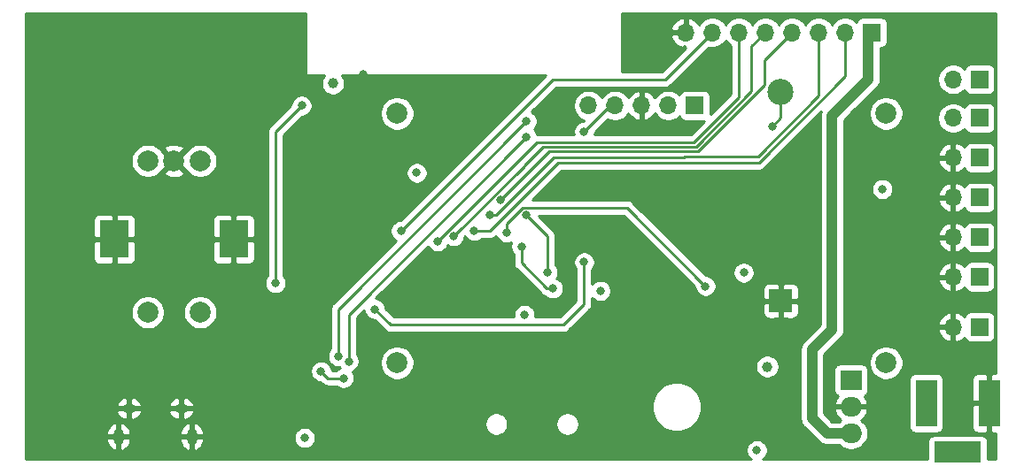
<source format=gbr>
%TF.GenerationSoftware,KiCad,Pcbnew,(5.1.8)-1*%
%TF.CreationDate,2021-03-10T16:05:31+00:00*%
%TF.ProjectId,Project_2_smaller,50726f6a-6563-4745-9f32-5f736d616c6c,rev?*%
%TF.SameCoordinates,Original*%
%TF.FileFunction,Copper,L4,Bot*%
%TF.FilePolarity,Positive*%
%FSLAX46Y46*%
G04 Gerber Fmt 4.6, Leading zero omitted, Abs format (unit mm)*
G04 Created by KiCad (PCBNEW (5.1.8)-1) date 2021-03-10 16:05:31*
%MOMM*%
%LPD*%
G01*
G04 APERTURE LIST*
%TA.AperFunction,ComponentPad*%
%ADD10O,1.000000X1.550000*%
%TD*%
%TA.AperFunction,ComponentPad*%
%ADD11O,1.250000X0.950000*%
%TD*%
%TA.AperFunction,ComponentPad*%
%ADD12R,4.500000X2.000000*%
%TD*%
%TA.AperFunction,ComponentPad*%
%ADD13R,2.000000X4.500000*%
%TD*%
%TA.AperFunction,ComponentPad*%
%ADD14O,1.700000X1.700000*%
%TD*%
%TA.AperFunction,ComponentPad*%
%ADD15R,1.700000X1.700000*%
%TD*%
%TA.AperFunction,ComponentPad*%
%ADD16C,2.000000*%
%TD*%
%TA.AperFunction,ComponentPad*%
%ADD17R,2.170000X2.170000*%
%TD*%
%TA.AperFunction,ComponentPad*%
%ADD18C,2.500000*%
%TD*%
%TA.AperFunction,ComponentPad*%
%ADD19R,2.800000X3.600000*%
%TD*%
%TA.AperFunction,ComponentPad*%
%ADD20R,2.000000X1.905000*%
%TD*%
%TA.AperFunction,ComponentPad*%
%ADD21O,2.000000X1.905000*%
%TD*%
%TA.AperFunction,ViaPad*%
%ADD22C,0.800000*%
%TD*%
%TA.AperFunction,ViaPad*%
%ADD23C,1.000000*%
%TD*%
%TA.AperFunction,Conductor*%
%ADD24C,0.250000*%
%TD*%
%TA.AperFunction,Conductor*%
%ADD25C,1.000000*%
%TD*%
%TA.AperFunction,Conductor*%
%ADD26C,0.254000*%
%TD*%
%TA.AperFunction,Conductor*%
%ADD27C,0.100000*%
%TD*%
G04 APERTURE END LIST*
D10*
%TO.P,J1,6*%
%TO.N,Earth*%
X102000000Y-106700000D03*
X95000000Y-106700000D03*
D11*
X96000000Y-104000000D03*
X101000000Y-104000000D03*
%TD*%
D12*
%TO.P,J2,3*%
%TO.N,N/C*%
X175200000Y-108200000D03*
D13*
%TO.P,J2,1*%
%TO.N,LINE*%
X172200000Y-103500000D03*
%TO.P,J2,2*%
%TO.N,Earth*%
X178200000Y-103500000D03*
%TD*%
D14*
%TO.P,J13,5*%
%TO.N,SCL*%
X139920000Y-75000000D03*
%TO.P,J13,4*%
%TO.N,SDA*%
X142460000Y-75000000D03*
%TO.P,J13,3*%
%TO.N,Earth*%
X145000000Y-75000000D03*
%TO.P,J13,2*%
%TO.N,+3V3*%
X147540000Y-75000000D03*
D15*
%TO.P,J13,1*%
X150080000Y-75000000D03*
D16*
%TO.P,J13,*%
%TO.N,*%
X121632000Y-75762000D03*
X168368000Y-75762000D03*
X168368000Y-99638000D03*
X121632000Y-99638000D03*
%TD*%
D17*
%TO.P,BT1,2*%
%TO.N,Earth*%
X158300000Y-93700000D03*
D18*
%TO.P,BT1,1*%
%TO.N,Net-(BT1-Pad1)*%
X158300000Y-73700000D03*
%TD*%
D15*
%TO.P,J5,1*%
%TO.N,+12V*%
X167000000Y-68000000D03*
D14*
%TO.P,J5,2*%
%TO.N,/PWM6*%
X164460000Y-68000000D03*
%TO.P,J5,3*%
%TO.N,/PWM5*%
X161920000Y-68000000D03*
%TO.P,J5,4*%
%TO.N,/PWM4*%
X159380000Y-68000000D03*
%TO.P,J5,5*%
%TO.N,/PWM3*%
X156840000Y-68000000D03*
%TO.P,J5,6*%
%TO.N,/PWM2*%
X154300000Y-68000000D03*
%TO.P,J5,7*%
%TO.N,/PWM1*%
X151760000Y-68000000D03*
%TO.P,J5,8*%
%TO.N,Earth*%
X149220000Y-68000000D03*
%TD*%
D15*
%TO.P,J6,1*%
%TO.N,/OnOff*%
X177300000Y-96200000D03*
D14*
%TO.P,J6,2*%
%TO.N,Earth*%
X174760000Y-96200000D03*
%TD*%
D15*
%TO.P,J7,1*%
%TO.N,+12V*%
X177300000Y-91400000D03*
D14*
%TO.P,J7,2*%
%TO.N,Earth*%
X174760000Y-91400000D03*
%TD*%
%TO.P,J8,2*%
%TO.N,Earth*%
X174760000Y-87600000D03*
D15*
%TO.P,J8,1*%
%TO.N,+12V*%
X177300000Y-87600000D03*
%TD*%
%TO.P,J9,1*%
%TO.N,+3V3*%
X177300000Y-83800000D03*
D14*
%TO.P,J9,2*%
%TO.N,Earth*%
X174760000Y-83800000D03*
%TD*%
D15*
%TO.P,J10,1*%
%TO.N,+3V3*%
X177300000Y-80000000D03*
D14*
%TO.P,J10,2*%
%TO.N,Earth*%
X174760000Y-80000000D03*
%TD*%
%TO.P,J11,2*%
%TO.N,SDA*%
X174760000Y-76200000D03*
D15*
%TO.P,J11,1*%
%TO.N,SCL*%
X177300000Y-76200000D03*
%TD*%
D14*
%TO.P,J12,2*%
%TO.N,SDA*%
X174760000Y-72500000D03*
D15*
%TO.P,J12,1*%
%TO.N,SCL*%
X177300000Y-72500000D03*
%TD*%
D16*
%TO.P,S1,B*%
%TO.N,Net-(R11-Pad2)*%
X102800000Y-80300000D03*
%TO.P,S1,C*%
%TO.N,Earth*%
X100300000Y-80300000D03*
%TO.P,S1,A*%
%TO.N,Net-(R10-Pad2)*%
X97800000Y-80300000D03*
%TO.P,S1,2*%
%TO.N,/Button*%
X102800000Y-94800000D03*
%TO.P,S1,1*%
%TO.N,+3V3*%
X97800000Y-94800000D03*
D19*
%TO.P,S1,3*%
%TO.N,Earth*%
X106000000Y-87800000D03*
X94600000Y-87800000D03*
%TD*%
D20*
%TO.P,U2,1*%
%TO.N,LINE*%
X165000000Y-101300000D03*
D21*
%TO.P,U2,2*%
%TO.N,Earth*%
X165000000Y-103840000D03*
%TO.P,U2,3*%
%TO.N,+12V*%
X165000000Y-106380000D03*
%TD*%
D22*
%TO.N,*%
X123500000Y-81450000D03*
D23*
%TO.N,Earth*%
X159850000Y-78850000D03*
D22*
X118389999Y-72034999D03*
X124900000Y-97250000D03*
X122350000Y-92550000D03*
X111300000Y-102400000D03*
X161000000Y-88150000D03*
X156280000Y-90620000D03*
X111150000Y-107800000D03*
D23*
%TO.N,+3V3*%
X115500000Y-72900000D03*
D22*
X168000000Y-83000000D03*
X156000000Y-108000000D03*
D23*
X157000000Y-100000000D03*
D22*
X154750000Y-91000000D03*
X133800000Y-95050000D03*
X112780000Y-106820000D03*
X141050000Y-92750000D03*
%TO.N,/RESET*%
X110000000Y-92000000D03*
X112500000Y-75000000D03*
%TO.N,SDA*%
X139500000Y-77500000D03*
%TO.N,TXD*%
X134000000Y-76500000D03*
X116000000Y-99000000D03*
%TO.N,RXD*%
X117000000Y-99500000D03*
X134000000Y-78000000D03*
%TO.N,/IO0*%
X119500000Y-94500000D03*
X139500000Y-90000000D03*
%TO.N,Net-(Q1-Pad2)*%
X116500000Y-101100000D03*
X114345131Y-100445131D03*
%TO.N,/RTC-INTSQW*%
X132100000Y-87150000D03*
X151100000Y-92300000D03*
%TO.N,MOSI*%
X136000000Y-91000000D03*
X134000000Y-85500000D03*
%TO.N,Net-(BT1-Pad1)*%
X157500000Y-77000000D03*
%TO.N,/!SD_SS*%
X136517805Y-92517449D03*
X133500000Y-88500000D03*
%TO.N,/PWM6*%
X129000000Y-87000000D03*
%TO.N,/PWM5*%
X130500000Y-85500000D03*
%TO.N,/PWM4*%
X131525306Y-84025306D03*
%TO.N,/PWM3*%
X127012653Y-87512653D03*
%TO.N,/PWM2*%
X125500000Y-88000000D03*
%TO.N,/PWM1*%
X122000000Y-87000000D03*
%TD*%
D24*
%TO.N,/RESET*%
X110000000Y-77500000D02*
X112500000Y-75000000D01*
X110000000Y-92000000D02*
X110000000Y-77500000D01*
D25*
%TO.N,+12V*%
X166667999Y-68332001D02*
X166667999Y-72482001D01*
X167000000Y-68000000D02*
X166667999Y-68332001D01*
X166667999Y-72482001D02*
X163200000Y-75950000D01*
X163200000Y-75950000D02*
X163200000Y-96450000D01*
X163200000Y-96450000D02*
X161300000Y-98350000D01*
X161300000Y-98350000D02*
X161300000Y-104950000D01*
X162730000Y-106380000D02*
X165000000Y-106380000D01*
X161300000Y-104950000D02*
X162730000Y-106380000D01*
D24*
%TO.N,SDA*%
X142000000Y-75000000D02*
X142460000Y-75000000D01*
X139500000Y-77500000D02*
X142000000Y-75000000D01*
%TO.N,TXD*%
X116000000Y-94500000D02*
X116000000Y-99000000D01*
X134000000Y-76500000D02*
X116000000Y-94500000D01*
%TO.N,RXD*%
X117000000Y-95000000D02*
X134000000Y-78000000D01*
X117000000Y-99500000D02*
X117000000Y-95000000D01*
%TO.N,/IO0*%
X119500000Y-94500000D02*
X121000000Y-96000000D01*
X121000000Y-96000000D02*
X137500000Y-96000000D01*
X139500000Y-94000000D02*
X139500000Y-90000000D01*
X137500000Y-96000000D02*
X139500000Y-94000000D01*
%TO.N,Net-(Q1-Pad2)*%
X115000000Y-101100000D02*
X114345131Y-100445131D01*
X116500000Y-101100000D02*
X115000000Y-101100000D01*
%TO.N,/RTC-INTSQW*%
X143574999Y-84774999D02*
X151100000Y-92300000D01*
X133651999Y-84774999D02*
X143574999Y-84774999D01*
X132100000Y-86326998D02*
X133651999Y-84774999D01*
X132100000Y-87150000D02*
X132100000Y-86326998D01*
%TO.N,MOSI*%
X136000000Y-87500000D02*
X134000000Y-85500000D01*
X136000000Y-91000000D02*
X136000000Y-87500000D01*
%TO.N,Net-(BT1-Pad1)*%
X158300000Y-76200000D02*
X158300000Y-73700000D01*
X157500000Y-77000000D02*
X158300000Y-76200000D01*
%TO.N,/!SD_SS*%
X133500000Y-90073002D02*
X133500000Y-88500000D01*
X135944447Y-92517449D02*
X133500000Y-90073002D01*
X136517805Y-92517449D02*
X135944447Y-92517449D01*
%TO.N,/PWM6*%
X129000000Y-87000000D02*
X130500000Y-87000000D01*
X164460000Y-72176410D02*
X164460000Y-68000000D01*
X137049990Y-80450010D02*
X156186400Y-80450010D01*
X156186400Y-80450010D02*
X164460000Y-72176410D01*
X130500000Y-87000000D02*
X137049990Y-80450010D01*
%TO.N,/PWM5*%
X161920000Y-74080000D02*
X161920000Y-68000000D01*
X149149972Y-79850028D02*
X156149972Y-79850028D01*
X149000000Y-80000000D02*
X149149972Y-79850028D01*
X136623614Y-80000000D02*
X149000000Y-80000000D01*
X156149972Y-79850028D02*
X161920000Y-74080000D01*
X131123614Y-85500000D02*
X136623614Y-80000000D01*
X130500000Y-85500000D02*
X131123614Y-85500000D01*
%TO.N,/PWM4*%
X156724999Y-70655001D02*
X159380000Y-68000000D01*
X156724999Y-73047821D02*
X156724999Y-70655001D01*
X150372802Y-79400018D02*
X156724999Y-73047821D01*
X136150594Y-79400018D02*
X150372802Y-79400018D01*
X131525306Y-84025306D02*
X136150594Y-79400018D01*
%TO.N,/PWM3*%
X133750307Y-80774999D02*
X133750307Y-80749693D01*
X127012653Y-87512653D02*
X133750307Y-80774999D01*
X150186401Y-78950009D02*
X155500000Y-73636410D01*
X135549990Y-78950010D02*
X150186401Y-78950009D01*
X133750307Y-80749693D02*
X135549990Y-78950010D01*
X155500000Y-69340000D02*
X156840000Y-68000000D01*
X155500000Y-73636410D02*
X155500000Y-69340000D01*
%TO.N,/PWM2*%
X125500000Y-88000000D02*
X135000000Y-78500000D01*
X135000000Y-78500000D02*
X150000000Y-78500000D01*
X154300000Y-74200000D02*
X154300000Y-68000000D01*
X150000000Y-78500000D02*
X154300000Y-74200000D01*
%TO.N,/PWM1*%
X122000000Y-87000000D02*
X136500000Y-72500000D01*
X147260000Y-72500000D02*
X151760000Y-68000000D01*
X136500000Y-72500000D02*
X147260000Y-72500000D01*
%TD*%
D26*
%TO.N,Earth*%
X112873000Y-72000000D02*
X112875440Y-72024776D01*
X112882667Y-72048601D01*
X112894403Y-72070557D01*
X112910197Y-72089803D01*
X112929443Y-72105597D01*
X112951399Y-72117333D01*
X112975224Y-72124560D01*
X113000000Y-72127000D01*
X114667868Y-72127000D01*
X114618388Y-72176480D01*
X114494176Y-72362376D01*
X114408617Y-72568933D01*
X114365000Y-72788212D01*
X114365000Y-73011788D01*
X114408617Y-73231067D01*
X114494176Y-73437624D01*
X114618388Y-73623520D01*
X114776480Y-73781612D01*
X114962376Y-73905824D01*
X115168933Y-73991383D01*
X115388212Y-74035000D01*
X115611788Y-74035000D01*
X115831067Y-73991383D01*
X116037624Y-73905824D01*
X116223520Y-73781612D01*
X116381612Y-73623520D01*
X116505824Y-73437624D01*
X116591383Y-73231067D01*
X116635000Y-73011788D01*
X116635000Y-72788212D01*
X116591383Y-72568933D01*
X116505824Y-72362376D01*
X116381612Y-72176480D01*
X116332132Y-72127000D01*
X135798198Y-72127000D01*
X121960199Y-85965000D01*
X121898061Y-85965000D01*
X121698102Y-86004774D01*
X121509744Y-86082795D01*
X121340226Y-86196063D01*
X121196063Y-86340226D01*
X121082795Y-86509744D01*
X121004774Y-86698102D01*
X120965000Y-86898061D01*
X120965000Y-87101939D01*
X121004774Y-87301898D01*
X121082795Y-87490256D01*
X121196063Y-87659774D01*
X121340226Y-87803937D01*
X121508695Y-87916504D01*
X115489003Y-93936196D01*
X115459999Y-93959999D01*
X115427171Y-94000001D01*
X115365026Y-94075724D01*
X115325866Y-94148987D01*
X115294454Y-94207754D01*
X115250997Y-94351015D01*
X115240000Y-94462668D01*
X115240000Y-94462678D01*
X115236324Y-94500000D01*
X115240000Y-94537323D01*
X115240001Y-98296288D01*
X115196063Y-98340226D01*
X115082795Y-98509744D01*
X115004774Y-98698102D01*
X114965000Y-98898061D01*
X114965000Y-99101939D01*
X115004774Y-99301898D01*
X115082795Y-99490256D01*
X115196063Y-99659774D01*
X115340226Y-99803937D01*
X115509744Y-99917205D01*
X115698102Y-99995226D01*
X115898061Y-100035000D01*
X116101939Y-100035000D01*
X116111430Y-100033112D01*
X116167722Y-100117358D01*
X116009744Y-100182795D01*
X115840226Y-100296063D01*
X115796289Y-100340000D01*
X115379496Y-100340000D01*
X115340357Y-100143233D01*
X115262336Y-99954875D01*
X115149068Y-99785357D01*
X115004905Y-99641194D01*
X114835387Y-99527926D01*
X114647029Y-99449905D01*
X114447070Y-99410131D01*
X114243192Y-99410131D01*
X114043233Y-99449905D01*
X113854875Y-99527926D01*
X113685357Y-99641194D01*
X113541194Y-99785357D01*
X113427926Y-99954875D01*
X113349905Y-100143233D01*
X113310131Y-100343192D01*
X113310131Y-100547070D01*
X113349905Y-100747029D01*
X113427926Y-100935387D01*
X113541194Y-101104905D01*
X113685357Y-101249068D01*
X113854875Y-101362336D01*
X114043233Y-101440357D01*
X114243192Y-101480131D01*
X114305329Y-101480131D01*
X114436200Y-101611002D01*
X114459999Y-101640001D01*
X114488997Y-101663799D01*
X114575724Y-101734974D01*
X114707753Y-101805546D01*
X114851014Y-101849003D01*
X115000000Y-101863677D01*
X115037333Y-101860000D01*
X115796289Y-101860000D01*
X115840226Y-101903937D01*
X116009744Y-102017205D01*
X116198102Y-102095226D01*
X116398061Y-102135000D01*
X116601939Y-102135000D01*
X116801898Y-102095226D01*
X116990256Y-102017205D01*
X117159774Y-101903937D01*
X117303937Y-101759774D01*
X117417205Y-101590256D01*
X117495226Y-101401898D01*
X117535000Y-101201939D01*
X117535000Y-100998061D01*
X117495226Y-100798102D01*
X117417205Y-100609744D01*
X117332278Y-100482642D01*
X117490256Y-100417205D01*
X117659774Y-100303937D01*
X117803937Y-100159774D01*
X117917205Y-99990256D01*
X117995226Y-99801898D01*
X118035000Y-99601939D01*
X118035000Y-99476967D01*
X119997000Y-99476967D01*
X119997000Y-99799033D01*
X120059832Y-100114912D01*
X120183082Y-100412463D01*
X120362013Y-100680252D01*
X120589748Y-100907987D01*
X120857537Y-101086918D01*
X121155088Y-101210168D01*
X121470967Y-101273000D01*
X121793033Y-101273000D01*
X122108912Y-101210168D01*
X122406463Y-101086918D01*
X122674252Y-100907987D01*
X122901987Y-100680252D01*
X123080918Y-100412463D01*
X123204168Y-100114912D01*
X123249261Y-99888212D01*
X155865000Y-99888212D01*
X155865000Y-100111788D01*
X155908617Y-100331067D01*
X155994176Y-100537624D01*
X156118388Y-100723520D01*
X156276480Y-100881612D01*
X156462376Y-101005824D01*
X156668933Y-101091383D01*
X156888212Y-101135000D01*
X157111788Y-101135000D01*
X157331067Y-101091383D01*
X157537624Y-101005824D01*
X157723520Y-100881612D01*
X157881612Y-100723520D01*
X158005824Y-100537624D01*
X158091383Y-100331067D01*
X158135000Y-100111788D01*
X158135000Y-99888212D01*
X158091383Y-99668933D01*
X158005824Y-99462376D01*
X157881612Y-99276480D01*
X157723520Y-99118388D01*
X157537624Y-98994176D01*
X157331067Y-98908617D01*
X157111788Y-98865000D01*
X156888212Y-98865000D01*
X156668933Y-98908617D01*
X156462376Y-98994176D01*
X156276480Y-99118388D01*
X156118388Y-99276480D01*
X155994176Y-99462376D01*
X155908617Y-99668933D01*
X155865000Y-99888212D01*
X123249261Y-99888212D01*
X123267000Y-99799033D01*
X123267000Y-99476967D01*
X123204168Y-99161088D01*
X123080918Y-98863537D01*
X122901987Y-98595748D01*
X122674252Y-98368013D01*
X122406463Y-98189082D01*
X122108912Y-98065832D01*
X121793033Y-98003000D01*
X121470967Y-98003000D01*
X121155088Y-98065832D01*
X120857537Y-98189082D01*
X120589748Y-98368013D01*
X120362013Y-98595748D01*
X120183082Y-98863537D01*
X120059832Y-99161088D01*
X119997000Y-99476967D01*
X118035000Y-99476967D01*
X118035000Y-99398061D01*
X117995226Y-99198102D01*
X117917205Y-99009744D01*
X117803937Y-98840226D01*
X117760000Y-98796289D01*
X117760000Y-95314801D01*
X118466304Y-94608497D01*
X118504774Y-94801898D01*
X118582795Y-94990256D01*
X118696063Y-95159774D01*
X118840226Y-95303937D01*
X119009744Y-95417205D01*
X119198102Y-95495226D01*
X119398061Y-95535000D01*
X119460199Y-95535000D01*
X120436201Y-96511003D01*
X120459999Y-96540001D01*
X120575724Y-96634974D01*
X120707753Y-96705546D01*
X120851014Y-96749003D01*
X120962667Y-96760000D01*
X120962676Y-96760000D01*
X120999999Y-96763676D01*
X121037322Y-96760000D01*
X137462678Y-96760000D01*
X137500000Y-96763676D01*
X137537322Y-96760000D01*
X137537333Y-96760000D01*
X137648986Y-96749003D01*
X137792247Y-96705546D01*
X137924276Y-96634974D01*
X138040001Y-96540001D01*
X138063804Y-96510997D01*
X139789801Y-94785000D01*
X156576928Y-94785000D01*
X156589188Y-94909482D01*
X156625498Y-95029180D01*
X156684463Y-95139494D01*
X156763815Y-95236185D01*
X156860506Y-95315537D01*
X156970820Y-95374502D01*
X157090518Y-95410812D01*
X157215000Y-95423072D01*
X158014250Y-95420000D01*
X158173000Y-95261250D01*
X158173000Y-93827000D01*
X158427000Y-93827000D01*
X158427000Y-95261250D01*
X158585750Y-95420000D01*
X159385000Y-95423072D01*
X159509482Y-95410812D01*
X159629180Y-95374502D01*
X159739494Y-95315537D01*
X159836185Y-95236185D01*
X159915537Y-95139494D01*
X159974502Y-95029180D01*
X160010812Y-94909482D01*
X160023072Y-94785000D01*
X160020000Y-93985750D01*
X159861250Y-93827000D01*
X158427000Y-93827000D01*
X158173000Y-93827000D01*
X156738750Y-93827000D01*
X156580000Y-93985750D01*
X156576928Y-94785000D01*
X139789801Y-94785000D01*
X140011004Y-94563798D01*
X140040001Y-94540001D01*
X140103467Y-94462668D01*
X140134974Y-94424277D01*
X140205546Y-94292247D01*
X140218059Y-94250997D01*
X140249003Y-94148986D01*
X140260000Y-94037333D01*
X140260000Y-94037324D01*
X140263676Y-94000001D01*
X140260000Y-93962678D01*
X140260000Y-93423711D01*
X140390226Y-93553937D01*
X140559744Y-93667205D01*
X140748102Y-93745226D01*
X140948061Y-93785000D01*
X141151939Y-93785000D01*
X141351898Y-93745226D01*
X141540256Y-93667205D01*
X141709774Y-93553937D01*
X141853937Y-93409774D01*
X141967205Y-93240256D01*
X142045226Y-93051898D01*
X142085000Y-92851939D01*
X142085000Y-92648061D01*
X142045226Y-92448102D01*
X141967205Y-92259744D01*
X141853937Y-92090226D01*
X141709774Y-91946063D01*
X141540256Y-91832795D01*
X141351898Y-91754774D01*
X141151939Y-91715000D01*
X140948061Y-91715000D01*
X140748102Y-91754774D01*
X140559744Y-91832795D01*
X140390226Y-91946063D01*
X140260000Y-92076289D01*
X140260000Y-90703711D01*
X140303937Y-90659774D01*
X140417205Y-90490256D01*
X140495226Y-90301898D01*
X140535000Y-90101939D01*
X140535000Y-89898061D01*
X140495226Y-89698102D01*
X140417205Y-89509744D01*
X140303937Y-89340226D01*
X140159774Y-89196063D01*
X139990256Y-89082795D01*
X139801898Y-89004774D01*
X139601939Y-88965000D01*
X139398061Y-88965000D01*
X139198102Y-89004774D01*
X139009744Y-89082795D01*
X138840226Y-89196063D01*
X138696063Y-89340226D01*
X138582795Y-89509744D01*
X138504774Y-89698102D01*
X138465000Y-89898061D01*
X138465000Y-90101939D01*
X138504774Y-90301898D01*
X138582795Y-90490256D01*
X138696063Y-90659774D01*
X138740001Y-90703712D01*
X138740000Y-93685198D01*
X137185199Y-95240000D01*
X134817484Y-95240000D01*
X134835000Y-95151939D01*
X134835000Y-94948061D01*
X134795226Y-94748102D01*
X134717205Y-94559744D01*
X134603937Y-94390226D01*
X134459774Y-94246063D01*
X134290256Y-94132795D01*
X134101898Y-94054774D01*
X133901939Y-94015000D01*
X133698061Y-94015000D01*
X133498102Y-94054774D01*
X133309744Y-94132795D01*
X133140226Y-94246063D01*
X132996063Y-94390226D01*
X132882795Y-94559744D01*
X132804774Y-94748102D01*
X132765000Y-94948061D01*
X132765000Y-95151939D01*
X132782516Y-95240000D01*
X121314802Y-95240000D01*
X120535000Y-94460199D01*
X120535000Y-94398061D01*
X120495226Y-94198102D01*
X120417205Y-94009744D01*
X120303937Y-93840226D01*
X120159774Y-93696063D01*
X119990256Y-93582795D01*
X119801898Y-93504774D01*
X119608497Y-93466304D01*
X124583496Y-88491305D01*
X124696063Y-88659774D01*
X124840226Y-88803937D01*
X125009744Y-88917205D01*
X125198102Y-88995226D01*
X125398061Y-89035000D01*
X125601939Y-89035000D01*
X125801898Y-88995226D01*
X125990256Y-88917205D01*
X126159774Y-88803937D01*
X126303937Y-88659774D01*
X126417205Y-88490256D01*
X126459602Y-88387900D01*
X126522397Y-88429858D01*
X126710755Y-88507879D01*
X126910714Y-88547653D01*
X127114592Y-88547653D01*
X127314551Y-88507879D01*
X127502909Y-88429858D01*
X127672427Y-88316590D01*
X127816590Y-88172427D01*
X127929858Y-88002909D01*
X128007879Y-87814551D01*
X128047653Y-87614592D01*
X128047653Y-87552454D01*
X128093632Y-87506475D01*
X128196063Y-87659774D01*
X128340226Y-87803937D01*
X128509744Y-87917205D01*
X128698102Y-87995226D01*
X128898061Y-88035000D01*
X129101939Y-88035000D01*
X129301898Y-87995226D01*
X129490256Y-87917205D01*
X129659774Y-87803937D01*
X129703711Y-87760000D01*
X130462678Y-87760000D01*
X130500000Y-87763676D01*
X130537322Y-87760000D01*
X130537333Y-87760000D01*
X130648986Y-87749003D01*
X130792247Y-87705546D01*
X130924276Y-87634974D01*
X131040001Y-87540001D01*
X131063804Y-87510997D01*
X131110084Y-87464717D01*
X131182795Y-87640256D01*
X131296063Y-87809774D01*
X131440226Y-87953937D01*
X131609744Y-88067205D01*
X131798102Y-88145226D01*
X131998061Y-88185000D01*
X132201939Y-88185000D01*
X132401898Y-88145226D01*
X132552519Y-88082836D01*
X132504774Y-88198102D01*
X132465000Y-88398061D01*
X132465000Y-88601939D01*
X132504774Y-88801898D01*
X132582795Y-88990256D01*
X132696063Y-89159774D01*
X132740001Y-89203712D01*
X132740000Y-90035679D01*
X132736324Y-90073002D01*
X132740000Y-90110324D01*
X132740000Y-90110334D01*
X132750997Y-90221987D01*
X132776427Y-90305820D01*
X132794454Y-90365248D01*
X132865026Y-90497278D01*
X132875257Y-90509744D01*
X132959999Y-90613003D01*
X132989003Y-90636806D01*
X135380648Y-93028452D01*
X135404446Y-93057450D01*
X135433444Y-93081248D01*
X135520170Y-93152423D01*
X135641368Y-93217205D01*
X135652200Y-93222995D01*
X135795461Y-93266452D01*
X135803931Y-93267286D01*
X135858031Y-93321386D01*
X136027549Y-93434654D01*
X136215907Y-93512675D01*
X136415866Y-93552449D01*
X136619744Y-93552449D01*
X136819703Y-93512675D01*
X137008061Y-93434654D01*
X137177579Y-93321386D01*
X137321742Y-93177223D01*
X137435010Y-93007705D01*
X137513031Y-92819347D01*
X137552805Y-92619388D01*
X137552805Y-92415510D01*
X137513031Y-92215551D01*
X137435010Y-92027193D01*
X137321742Y-91857675D01*
X137177579Y-91713512D01*
X137008061Y-91600244D01*
X136879340Y-91546926D01*
X136917205Y-91490256D01*
X136995226Y-91301898D01*
X137035000Y-91101939D01*
X137035000Y-90898061D01*
X136995226Y-90698102D01*
X136917205Y-90509744D01*
X136803937Y-90340226D01*
X136760000Y-90296289D01*
X136760000Y-87537322D01*
X136763676Y-87499999D01*
X136760000Y-87462676D01*
X136760000Y-87462667D01*
X136749003Y-87351014D01*
X136705546Y-87207753D01*
X136634974Y-87075723D01*
X136563799Y-86988997D01*
X136540001Y-86959999D01*
X136511003Y-86936201D01*
X135109800Y-85534999D01*
X143260198Y-85534999D01*
X150065000Y-92339803D01*
X150065000Y-92401939D01*
X150104774Y-92601898D01*
X150182795Y-92790256D01*
X150296063Y-92959774D01*
X150440226Y-93103937D01*
X150609744Y-93217205D01*
X150798102Y-93295226D01*
X150998061Y-93335000D01*
X151201939Y-93335000D01*
X151401898Y-93295226D01*
X151590256Y-93217205D01*
X151759774Y-93103937D01*
X151903937Y-92959774D01*
X152017205Y-92790256D01*
X152089798Y-92615000D01*
X156576928Y-92615000D01*
X156580000Y-93414250D01*
X156738750Y-93573000D01*
X158173000Y-93573000D01*
X158173000Y-92138750D01*
X158427000Y-92138750D01*
X158427000Y-93573000D01*
X159861250Y-93573000D01*
X160020000Y-93414250D01*
X160023072Y-92615000D01*
X160010812Y-92490518D01*
X159974502Y-92370820D01*
X159915537Y-92260506D01*
X159836185Y-92163815D01*
X159739494Y-92084463D01*
X159629180Y-92025498D01*
X159509482Y-91989188D01*
X159385000Y-91976928D01*
X158585750Y-91980000D01*
X158427000Y-92138750D01*
X158173000Y-92138750D01*
X158014250Y-91980000D01*
X157215000Y-91976928D01*
X157090518Y-91989188D01*
X156970820Y-92025498D01*
X156860506Y-92084463D01*
X156763815Y-92163815D01*
X156684463Y-92260506D01*
X156625498Y-92370820D01*
X156589188Y-92490518D01*
X156576928Y-92615000D01*
X152089798Y-92615000D01*
X152095226Y-92601898D01*
X152135000Y-92401939D01*
X152135000Y-92198061D01*
X152095226Y-91998102D01*
X152017205Y-91809744D01*
X151903937Y-91640226D01*
X151759774Y-91496063D01*
X151590256Y-91382795D01*
X151401898Y-91304774D01*
X151201939Y-91265000D01*
X151139803Y-91265000D01*
X150772864Y-90898061D01*
X153715000Y-90898061D01*
X153715000Y-91101939D01*
X153754774Y-91301898D01*
X153832795Y-91490256D01*
X153946063Y-91659774D01*
X154090226Y-91803937D01*
X154259744Y-91917205D01*
X154448102Y-91995226D01*
X154648061Y-92035000D01*
X154851939Y-92035000D01*
X155051898Y-91995226D01*
X155240256Y-91917205D01*
X155409774Y-91803937D01*
X155553937Y-91659774D01*
X155667205Y-91490256D01*
X155745226Y-91301898D01*
X155785000Y-91101939D01*
X155785000Y-90898061D01*
X155745226Y-90698102D01*
X155667205Y-90509744D01*
X155553937Y-90340226D01*
X155409774Y-90196063D01*
X155240256Y-90082795D01*
X155051898Y-90004774D01*
X154851939Y-89965000D01*
X154648061Y-89965000D01*
X154448102Y-90004774D01*
X154259744Y-90082795D01*
X154090226Y-90196063D01*
X153946063Y-90340226D01*
X153832795Y-90509744D01*
X153754774Y-90698102D01*
X153715000Y-90898061D01*
X150772864Y-90898061D01*
X144138803Y-84264002D01*
X144115000Y-84234998D01*
X143999275Y-84140025D01*
X143867246Y-84069453D01*
X143723985Y-84025996D01*
X143612332Y-84014999D01*
X143612321Y-84014999D01*
X143574999Y-84011323D01*
X143537677Y-84014999D01*
X134559803Y-84014999D01*
X137364792Y-81210010D01*
X156149078Y-81210010D01*
X156186400Y-81213686D01*
X156223722Y-81210010D01*
X156223733Y-81210010D01*
X156335386Y-81199013D01*
X156478647Y-81155556D01*
X156610676Y-81084984D01*
X156726401Y-80990011D01*
X156750204Y-80961007D01*
X162123971Y-75587240D01*
X162081423Y-75727502D01*
X162059509Y-75950000D01*
X162065000Y-76005751D01*
X162065001Y-95979867D01*
X160536865Y-97508004D01*
X160493551Y-97543551D01*
X160351716Y-97716377D01*
X160246325Y-97913553D01*
X160246324Y-97913554D01*
X160181423Y-98127502D01*
X160159509Y-98350000D01*
X160165000Y-98405752D01*
X160165001Y-104894239D01*
X160159509Y-104950000D01*
X160181423Y-105172498D01*
X160246324Y-105386446D01*
X160284061Y-105457046D01*
X160351717Y-105583623D01*
X160493552Y-105756449D01*
X160536860Y-105791991D01*
X161888008Y-107143140D01*
X161923551Y-107186449D01*
X162096377Y-107328284D01*
X162293553Y-107433676D01*
X162507501Y-107498577D01*
X162674248Y-107515000D01*
X162674257Y-107515000D01*
X162729999Y-107520490D01*
X162785741Y-107515000D01*
X163833112Y-107515000D01*
X164066265Y-107706345D01*
X164342051Y-107853755D01*
X164641296Y-107944530D01*
X164874514Y-107967500D01*
X165125486Y-107967500D01*
X165358704Y-107944530D01*
X165657949Y-107853755D01*
X165933735Y-107706345D01*
X166175463Y-107507963D01*
X166373845Y-107266235D01*
X166521255Y-106990449D01*
X166612030Y-106691204D01*
X166642681Y-106380000D01*
X166612030Y-106068796D01*
X166521255Y-105769551D01*
X166373845Y-105493765D01*
X166175463Y-105252037D01*
X165996101Y-105104837D01*
X166181315Y-104949437D01*
X166375969Y-104706923D01*
X166519571Y-104431094D01*
X166590563Y-104212980D01*
X166470594Y-103967000D01*
X165127000Y-103967000D01*
X165127000Y-103987000D01*
X164873000Y-103987000D01*
X164873000Y-103967000D01*
X163529406Y-103967000D01*
X163409437Y-104212980D01*
X163480429Y-104431094D01*
X163624031Y-104706923D01*
X163818685Y-104949437D01*
X164003899Y-105104837D01*
X163833112Y-105245000D01*
X163200132Y-105245000D01*
X162435000Y-104479869D01*
X162435000Y-100347500D01*
X163361928Y-100347500D01*
X163361928Y-102252500D01*
X163374188Y-102376982D01*
X163410498Y-102496680D01*
X163469463Y-102606994D01*
X163548815Y-102703685D01*
X163645506Y-102783037D01*
X163737219Y-102832059D01*
X163624031Y-102973077D01*
X163480429Y-103248906D01*
X163409437Y-103467020D01*
X163529406Y-103713000D01*
X164873000Y-103713000D01*
X164873000Y-103693000D01*
X165127000Y-103693000D01*
X165127000Y-103713000D01*
X166470594Y-103713000D01*
X166590563Y-103467020D01*
X166519571Y-103248906D01*
X166375969Y-102973077D01*
X166262781Y-102832059D01*
X166354494Y-102783037D01*
X166451185Y-102703685D01*
X166530537Y-102606994D01*
X166589502Y-102496680D01*
X166625812Y-102376982D01*
X166638072Y-102252500D01*
X166638072Y-100347500D01*
X166625812Y-100223018D01*
X166589502Y-100103320D01*
X166530537Y-99993006D01*
X166451185Y-99896315D01*
X166354494Y-99816963D01*
X166244180Y-99757998D01*
X166124482Y-99721688D01*
X166000000Y-99709428D01*
X164000000Y-99709428D01*
X163875518Y-99721688D01*
X163755820Y-99757998D01*
X163645506Y-99816963D01*
X163548815Y-99896315D01*
X163469463Y-99993006D01*
X163410498Y-100103320D01*
X163374188Y-100223018D01*
X163361928Y-100347500D01*
X162435000Y-100347500D01*
X162435000Y-99476967D01*
X166733000Y-99476967D01*
X166733000Y-99799033D01*
X166795832Y-100114912D01*
X166919082Y-100412463D01*
X167098013Y-100680252D01*
X167325748Y-100907987D01*
X167593537Y-101086918D01*
X167891088Y-101210168D01*
X168206967Y-101273000D01*
X168529033Y-101273000D01*
X168644662Y-101250000D01*
X170561928Y-101250000D01*
X170561928Y-105750000D01*
X170574188Y-105874482D01*
X170610498Y-105994180D01*
X170669463Y-106104494D01*
X170748815Y-106201185D01*
X170845506Y-106280537D01*
X170955820Y-106339502D01*
X171075518Y-106375812D01*
X171200000Y-106388072D01*
X173200000Y-106388072D01*
X173324482Y-106375812D01*
X173444180Y-106339502D01*
X173554494Y-106280537D01*
X173651185Y-106201185D01*
X173730537Y-106104494D01*
X173789502Y-105994180D01*
X173825812Y-105874482D01*
X173838072Y-105750000D01*
X176561928Y-105750000D01*
X176574188Y-105874482D01*
X176610498Y-105994180D01*
X176669463Y-106104494D01*
X176748815Y-106201185D01*
X176845506Y-106280537D01*
X176955820Y-106339502D01*
X177075518Y-106375812D01*
X177200000Y-106388072D01*
X177914250Y-106385000D01*
X178073000Y-106226250D01*
X178073000Y-103627000D01*
X176723750Y-103627000D01*
X176565000Y-103785750D01*
X176561928Y-105750000D01*
X173838072Y-105750000D01*
X173838072Y-101250000D01*
X176561928Y-101250000D01*
X176565000Y-103214250D01*
X176723750Y-103373000D01*
X178073000Y-103373000D01*
X178073000Y-100773750D01*
X177914250Y-100615000D01*
X177200000Y-100611928D01*
X177075518Y-100624188D01*
X176955820Y-100660498D01*
X176845506Y-100719463D01*
X176748815Y-100798815D01*
X176669463Y-100895506D01*
X176610498Y-101005820D01*
X176574188Y-101125518D01*
X176561928Y-101250000D01*
X173838072Y-101250000D01*
X173825812Y-101125518D01*
X173789502Y-101005820D01*
X173730537Y-100895506D01*
X173651185Y-100798815D01*
X173554494Y-100719463D01*
X173444180Y-100660498D01*
X173324482Y-100624188D01*
X173200000Y-100611928D01*
X171200000Y-100611928D01*
X171075518Y-100624188D01*
X170955820Y-100660498D01*
X170845506Y-100719463D01*
X170748815Y-100798815D01*
X170669463Y-100895506D01*
X170610498Y-101005820D01*
X170574188Y-101125518D01*
X170561928Y-101250000D01*
X168644662Y-101250000D01*
X168844912Y-101210168D01*
X169142463Y-101086918D01*
X169410252Y-100907987D01*
X169637987Y-100680252D01*
X169816918Y-100412463D01*
X169940168Y-100114912D01*
X170003000Y-99799033D01*
X170003000Y-99476967D01*
X169940168Y-99161088D01*
X169816918Y-98863537D01*
X169637987Y-98595748D01*
X169410252Y-98368013D01*
X169142463Y-98189082D01*
X168844912Y-98065832D01*
X168529033Y-98003000D01*
X168206967Y-98003000D01*
X167891088Y-98065832D01*
X167593537Y-98189082D01*
X167325748Y-98368013D01*
X167098013Y-98595748D01*
X166919082Y-98863537D01*
X166795832Y-99161088D01*
X166733000Y-99476967D01*
X162435000Y-99476967D01*
X162435000Y-98820131D01*
X163963141Y-97291991D01*
X164006449Y-97256449D01*
X164148284Y-97083623D01*
X164253676Y-96886447D01*
X164318577Y-96672499D01*
X164329963Y-96556891D01*
X173318519Y-96556891D01*
X173415843Y-96831252D01*
X173564822Y-97081355D01*
X173759731Y-97297588D01*
X173993080Y-97471641D01*
X174255901Y-97596825D01*
X174403110Y-97641476D01*
X174633000Y-97520155D01*
X174633000Y-96327000D01*
X173439186Y-96327000D01*
X173318519Y-96556891D01*
X164329963Y-96556891D01*
X164335000Y-96505752D01*
X164340491Y-96450000D01*
X164335000Y-96394248D01*
X164335000Y-95843109D01*
X173318519Y-95843109D01*
X173439186Y-96073000D01*
X174633000Y-96073000D01*
X174633000Y-94879845D01*
X174887000Y-94879845D01*
X174887000Y-96073000D01*
X174907000Y-96073000D01*
X174907000Y-96327000D01*
X174887000Y-96327000D01*
X174887000Y-97520155D01*
X175116890Y-97641476D01*
X175264099Y-97596825D01*
X175526920Y-97471641D01*
X175760269Y-97297588D01*
X175836034Y-97213534D01*
X175860498Y-97294180D01*
X175919463Y-97404494D01*
X175998815Y-97501185D01*
X176095506Y-97580537D01*
X176205820Y-97639502D01*
X176325518Y-97675812D01*
X176450000Y-97688072D01*
X178150000Y-97688072D01*
X178274482Y-97675812D01*
X178394180Y-97639502D01*
X178504494Y-97580537D01*
X178601185Y-97501185D01*
X178680537Y-97404494D01*
X178739502Y-97294180D01*
X178775812Y-97174482D01*
X178788072Y-97050000D01*
X178788072Y-95350000D01*
X178775812Y-95225518D01*
X178739502Y-95105820D01*
X178680537Y-94995506D01*
X178601185Y-94898815D01*
X178504494Y-94819463D01*
X178394180Y-94760498D01*
X178274482Y-94724188D01*
X178150000Y-94711928D01*
X176450000Y-94711928D01*
X176325518Y-94724188D01*
X176205820Y-94760498D01*
X176095506Y-94819463D01*
X175998815Y-94898815D01*
X175919463Y-94995506D01*
X175860498Y-95105820D01*
X175836034Y-95186466D01*
X175760269Y-95102412D01*
X175526920Y-94928359D01*
X175264099Y-94803175D01*
X175116890Y-94758524D01*
X174887000Y-94879845D01*
X174633000Y-94879845D01*
X174403110Y-94758524D01*
X174255901Y-94803175D01*
X173993080Y-94928359D01*
X173759731Y-95102412D01*
X173564822Y-95318645D01*
X173415843Y-95568748D01*
X173318519Y-95843109D01*
X164335000Y-95843109D01*
X164335000Y-91756891D01*
X173318519Y-91756891D01*
X173415843Y-92031252D01*
X173564822Y-92281355D01*
X173759731Y-92497588D01*
X173993080Y-92671641D01*
X174255901Y-92796825D01*
X174403110Y-92841476D01*
X174633000Y-92720155D01*
X174633000Y-91527000D01*
X173439186Y-91527000D01*
X173318519Y-91756891D01*
X164335000Y-91756891D01*
X164335000Y-91043109D01*
X173318519Y-91043109D01*
X173439186Y-91273000D01*
X174633000Y-91273000D01*
X174633000Y-90079845D01*
X174887000Y-90079845D01*
X174887000Y-91273000D01*
X174907000Y-91273000D01*
X174907000Y-91527000D01*
X174887000Y-91527000D01*
X174887000Y-92720155D01*
X175116890Y-92841476D01*
X175264099Y-92796825D01*
X175526920Y-92671641D01*
X175760269Y-92497588D01*
X175836034Y-92413534D01*
X175860498Y-92494180D01*
X175919463Y-92604494D01*
X175998815Y-92701185D01*
X176095506Y-92780537D01*
X176205820Y-92839502D01*
X176325518Y-92875812D01*
X176450000Y-92888072D01*
X178150000Y-92888072D01*
X178274482Y-92875812D01*
X178394180Y-92839502D01*
X178504494Y-92780537D01*
X178601185Y-92701185D01*
X178680537Y-92604494D01*
X178739502Y-92494180D01*
X178775812Y-92374482D01*
X178788072Y-92250000D01*
X178788072Y-90550000D01*
X178775812Y-90425518D01*
X178739502Y-90305820D01*
X178680537Y-90195506D01*
X178601185Y-90098815D01*
X178504494Y-90019463D01*
X178394180Y-89960498D01*
X178274482Y-89924188D01*
X178150000Y-89911928D01*
X176450000Y-89911928D01*
X176325518Y-89924188D01*
X176205820Y-89960498D01*
X176095506Y-90019463D01*
X175998815Y-90098815D01*
X175919463Y-90195506D01*
X175860498Y-90305820D01*
X175836034Y-90386466D01*
X175760269Y-90302412D01*
X175526920Y-90128359D01*
X175264099Y-90003175D01*
X175116890Y-89958524D01*
X174887000Y-90079845D01*
X174633000Y-90079845D01*
X174403110Y-89958524D01*
X174255901Y-90003175D01*
X173993080Y-90128359D01*
X173759731Y-90302412D01*
X173564822Y-90518645D01*
X173415843Y-90768748D01*
X173318519Y-91043109D01*
X164335000Y-91043109D01*
X164335000Y-87956891D01*
X173318519Y-87956891D01*
X173415843Y-88231252D01*
X173564822Y-88481355D01*
X173759731Y-88697588D01*
X173993080Y-88871641D01*
X174255901Y-88996825D01*
X174403110Y-89041476D01*
X174633000Y-88920155D01*
X174633000Y-87727000D01*
X173439186Y-87727000D01*
X173318519Y-87956891D01*
X164335000Y-87956891D01*
X164335000Y-87243109D01*
X173318519Y-87243109D01*
X173439186Y-87473000D01*
X174633000Y-87473000D01*
X174633000Y-86279845D01*
X174887000Y-86279845D01*
X174887000Y-87473000D01*
X174907000Y-87473000D01*
X174907000Y-87727000D01*
X174887000Y-87727000D01*
X174887000Y-88920155D01*
X175116890Y-89041476D01*
X175264099Y-88996825D01*
X175526920Y-88871641D01*
X175760269Y-88697588D01*
X175836034Y-88613534D01*
X175860498Y-88694180D01*
X175919463Y-88804494D01*
X175998815Y-88901185D01*
X176095506Y-88980537D01*
X176205820Y-89039502D01*
X176325518Y-89075812D01*
X176450000Y-89088072D01*
X178150000Y-89088072D01*
X178274482Y-89075812D01*
X178394180Y-89039502D01*
X178504494Y-88980537D01*
X178601185Y-88901185D01*
X178680537Y-88804494D01*
X178739502Y-88694180D01*
X178775812Y-88574482D01*
X178788072Y-88450000D01*
X178788072Y-86750000D01*
X178775812Y-86625518D01*
X178739502Y-86505820D01*
X178680537Y-86395506D01*
X178601185Y-86298815D01*
X178504494Y-86219463D01*
X178394180Y-86160498D01*
X178274482Y-86124188D01*
X178150000Y-86111928D01*
X176450000Y-86111928D01*
X176325518Y-86124188D01*
X176205820Y-86160498D01*
X176095506Y-86219463D01*
X175998815Y-86298815D01*
X175919463Y-86395506D01*
X175860498Y-86505820D01*
X175836034Y-86586466D01*
X175760269Y-86502412D01*
X175526920Y-86328359D01*
X175264099Y-86203175D01*
X175116890Y-86158524D01*
X174887000Y-86279845D01*
X174633000Y-86279845D01*
X174403110Y-86158524D01*
X174255901Y-86203175D01*
X173993080Y-86328359D01*
X173759731Y-86502412D01*
X173564822Y-86718645D01*
X173415843Y-86968748D01*
X173318519Y-87243109D01*
X164335000Y-87243109D01*
X164335000Y-84156891D01*
X173318519Y-84156891D01*
X173415843Y-84431252D01*
X173564822Y-84681355D01*
X173759731Y-84897588D01*
X173993080Y-85071641D01*
X174255901Y-85196825D01*
X174403110Y-85241476D01*
X174633000Y-85120155D01*
X174633000Y-83927000D01*
X173439186Y-83927000D01*
X173318519Y-84156891D01*
X164335000Y-84156891D01*
X164335000Y-82898061D01*
X166965000Y-82898061D01*
X166965000Y-83101939D01*
X167004774Y-83301898D01*
X167082795Y-83490256D01*
X167196063Y-83659774D01*
X167340226Y-83803937D01*
X167509744Y-83917205D01*
X167698102Y-83995226D01*
X167898061Y-84035000D01*
X168101939Y-84035000D01*
X168301898Y-83995226D01*
X168490256Y-83917205D01*
X168659774Y-83803937D01*
X168803937Y-83659774D01*
X168917205Y-83490256D01*
X168936734Y-83443109D01*
X173318519Y-83443109D01*
X173439186Y-83673000D01*
X174633000Y-83673000D01*
X174633000Y-82479845D01*
X174887000Y-82479845D01*
X174887000Y-83673000D01*
X174907000Y-83673000D01*
X174907000Y-83927000D01*
X174887000Y-83927000D01*
X174887000Y-85120155D01*
X175116890Y-85241476D01*
X175264099Y-85196825D01*
X175526920Y-85071641D01*
X175760269Y-84897588D01*
X175836034Y-84813534D01*
X175860498Y-84894180D01*
X175919463Y-85004494D01*
X175998815Y-85101185D01*
X176095506Y-85180537D01*
X176205820Y-85239502D01*
X176325518Y-85275812D01*
X176450000Y-85288072D01*
X178150000Y-85288072D01*
X178274482Y-85275812D01*
X178394180Y-85239502D01*
X178504494Y-85180537D01*
X178601185Y-85101185D01*
X178680537Y-85004494D01*
X178739502Y-84894180D01*
X178775812Y-84774482D01*
X178788072Y-84650000D01*
X178788072Y-82950000D01*
X178775812Y-82825518D01*
X178739502Y-82705820D01*
X178680537Y-82595506D01*
X178601185Y-82498815D01*
X178504494Y-82419463D01*
X178394180Y-82360498D01*
X178274482Y-82324188D01*
X178150000Y-82311928D01*
X176450000Y-82311928D01*
X176325518Y-82324188D01*
X176205820Y-82360498D01*
X176095506Y-82419463D01*
X175998815Y-82498815D01*
X175919463Y-82595506D01*
X175860498Y-82705820D01*
X175836034Y-82786466D01*
X175760269Y-82702412D01*
X175526920Y-82528359D01*
X175264099Y-82403175D01*
X175116890Y-82358524D01*
X174887000Y-82479845D01*
X174633000Y-82479845D01*
X174403110Y-82358524D01*
X174255901Y-82403175D01*
X173993080Y-82528359D01*
X173759731Y-82702412D01*
X173564822Y-82918645D01*
X173415843Y-83168748D01*
X173318519Y-83443109D01*
X168936734Y-83443109D01*
X168995226Y-83301898D01*
X169035000Y-83101939D01*
X169035000Y-82898061D01*
X168995226Y-82698102D01*
X168917205Y-82509744D01*
X168803937Y-82340226D01*
X168659774Y-82196063D01*
X168490256Y-82082795D01*
X168301898Y-82004774D01*
X168101939Y-81965000D01*
X167898061Y-81965000D01*
X167698102Y-82004774D01*
X167509744Y-82082795D01*
X167340226Y-82196063D01*
X167196063Y-82340226D01*
X167082795Y-82509744D01*
X167004774Y-82698102D01*
X166965000Y-82898061D01*
X164335000Y-82898061D01*
X164335000Y-80356891D01*
X173318519Y-80356891D01*
X173415843Y-80631252D01*
X173564822Y-80881355D01*
X173759731Y-81097588D01*
X173993080Y-81271641D01*
X174255901Y-81396825D01*
X174403110Y-81441476D01*
X174633000Y-81320155D01*
X174633000Y-80127000D01*
X173439186Y-80127000D01*
X173318519Y-80356891D01*
X164335000Y-80356891D01*
X164335000Y-79643109D01*
X173318519Y-79643109D01*
X173439186Y-79873000D01*
X174633000Y-79873000D01*
X174633000Y-78679845D01*
X174887000Y-78679845D01*
X174887000Y-79873000D01*
X174907000Y-79873000D01*
X174907000Y-80127000D01*
X174887000Y-80127000D01*
X174887000Y-81320155D01*
X175116890Y-81441476D01*
X175264099Y-81396825D01*
X175526920Y-81271641D01*
X175760269Y-81097588D01*
X175836034Y-81013534D01*
X175860498Y-81094180D01*
X175919463Y-81204494D01*
X175998815Y-81301185D01*
X176095506Y-81380537D01*
X176205820Y-81439502D01*
X176325518Y-81475812D01*
X176450000Y-81488072D01*
X178150000Y-81488072D01*
X178274482Y-81475812D01*
X178394180Y-81439502D01*
X178504494Y-81380537D01*
X178601185Y-81301185D01*
X178680537Y-81204494D01*
X178739502Y-81094180D01*
X178775812Y-80974482D01*
X178788072Y-80850000D01*
X178788072Y-79150000D01*
X178775812Y-79025518D01*
X178739502Y-78905820D01*
X178680537Y-78795506D01*
X178601185Y-78698815D01*
X178504494Y-78619463D01*
X178394180Y-78560498D01*
X178274482Y-78524188D01*
X178150000Y-78511928D01*
X176450000Y-78511928D01*
X176325518Y-78524188D01*
X176205820Y-78560498D01*
X176095506Y-78619463D01*
X175998815Y-78698815D01*
X175919463Y-78795506D01*
X175860498Y-78905820D01*
X175836034Y-78986466D01*
X175760269Y-78902412D01*
X175526920Y-78728359D01*
X175264099Y-78603175D01*
X175116890Y-78558524D01*
X174887000Y-78679845D01*
X174633000Y-78679845D01*
X174403110Y-78558524D01*
X174255901Y-78603175D01*
X173993080Y-78728359D01*
X173759731Y-78902412D01*
X173564822Y-79118645D01*
X173415843Y-79368748D01*
X173318519Y-79643109D01*
X164335000Y-79643109D01*
X164335000Y-76420131D01*
X165154164Y-75600967D01*
X166733000Y-75600967D01*
X166733000Y-75923033D01*
X166795832Y-76238912D01*
X166919082Y-76536463D01*
X167098013Y-76804252D01*
X167325748Y-77031987D01*
X167593537Y-77210918D01*
X167891088Y-77334168D01*
X168206967Y-77397000D01*
X168529033Y-77397000D01*
X168844912Y-77334168D01*
X169142463Y-77210918D01*
X169410252Y-77031987D01*
X169637987Y-76804252D01*
X169816918Y-76536463D01*
X169940168Y-76238912D01*
X169977000Y-76053740D01*
X173275000Y-76053740D01*
X173275000Y-76346260D01*
X173332068Y-76633158D01*
X173444010Y-76903411D01*
X173606525Y-77146632D01*
X173813368Y-77353475D01*
X174056589Y-77515990D01*
X174326842Y-77627932D01*
X174613740Y-77685000D01*
X174906260Y-77685000D01*
X175193158Y-77627932D01*
X175463411Y-77515990D01*
X175706632Y-77353475D01*
X175838487Y-77221620D01*
X175860498Y-77294180D01*
X175919463Y-77404494D01*
X175998815Y-77501185D01*
X176095506Y-77580537D01*
X176205820Y-77639502D01*
X176325518Y-77675812D01*
X176450000Y-77688072D01*
X178150000Y-77688072D01*
X178274482Y-77675812D01*
X178394180Y-77639502D01*
X178504494Y-77580537D01*
X178601185Y-77501185D01*
X178680537Y-77404494D01*
X178739502Y-77294180D01*
X178775812Y-77174482D01*
X178788072Y-77050000D01*
X178788072Y-75350000D01*
X178775812Y-75225518D01*
X178739502Y-75105820D01*
X178680537Y-74995506D01*
X178601185Y-74898815D01*
X178504494Y-74819463D01*
X178394180Y-74760498D01*
X178274482Y-74724188D01*
X178150000Y-74711928D01*
X176450000Y-74711928D01*
X176325518Y-74724188D01*
X176205820Y-74760498D01*
X176095506Y-74819463D01*
X175998815Y-74898815D01*
X175919463Y-74995506D01*
X175860498Y-75105820D01*
X175838487Y-75178380D01*
X175706632Y-75046525D01*
X175463411Y-74884010D01*
X175193158Y-74772068D01*
X174906260Y-74715000D01*
X174613740Y-74715000D01*
X174326842Y-74772068D01*
X174056589Y-74884010D01*
X173813368Y-75046525D01*
X173606525Y-75253368D01*
X173444010Y-75496589D01*
X173332068Y-75766842D01*
X173275000Y-76053740D01*
X169977000Y-76053740D01*
X170003000Y-75923033D01*
X170003000Y-75600967D01*
X169940168Y-75285088D01*
X169816918Y-74987537D01*
X169637987Y-74719748D01*
X169410252Y-74492013D01*
X169142463Y-74313082D01*
X168844912Y-74189832D01*
X168529033Y-74127000D01*
X168206967Y-74127000D01*
X167891088Y-74189832D01*
X167593537Y-74313082D01*
X167325748Y-74492013D01*
X167098013Y-74719748D01*
X166919082Y-74987537D01*
X166795832Y-75285088D01*
X166733000Y-75600967D01*
X165154164Y-75600967D01*
X167431140Y-73323992D01*
X167474448Y-73288450D01*
X167616283Y-73115624D01*
X167721675Y-72918448D01*
X167786576Y-72704500D01*
X167802999Y-72537753D01*
X167802999Y-72537746D01*
X167808489Y-72482002D01*
X167802999Y-72426258D01*
X167802999Y-72353740D01*
X173275000Y-72353740D01*
X173275000Y-72646260D01*
X173332068Y-72933158D01*
X173444010Y-73203411D01*
X173606525Y-73446632D01*
X173813368Y-73653475D01*
X174056589Y-73815990D01*
X174326842Y-73927932D01*
X174613740Y-73985000D01*
X174906260Y-73985000D01*
X175193158Y-73927932D01*
X175463411Y-73815990D01*
X175706632Y-73653475D01*
X175838487Y-73521620D01*
X175860498Y-73594180D01*
X175919463Y-73704494D01*
X175998815Y-73801185D01*
X176095506Y-73880537D01*
X176205820Y-73939502D01*
X176325518Y-73975812D01*
X176450000Y-73988072D01*
X178150000Y-73988072D01*
X178274482Y-73975812D01*
X178394180Y-73939502D01*
X178504494Y-73880537D01*
X178601185Y-73801185D01*
X178680537Y-73704494D01*
X178739502Y-73594180D01*
X178775812Y-73474482D01*
X178788072Y-73350000D01*
X178788072Y-71650000D01*
X178775812Y-71525518D01*
X178739502Y-71405820D01*
X178680537Y-71295506D01*
X178601185Y-71198815D01*
X178504494Y-71119463D01*
X178394180Y-71060498D01*
X178274482Y-71024188D01*
X178150000Y-71011928D01*
X176450000Y-71011928D01*
X176325518Y-71024188D01*
X176205820Y-71060498D01*
X176095506Y-71119463D01*
X175998815Y-71198815D01*
X175919463Y-71295506D01*
X175860498Y-71405820D01*
X175838487Y-71478380D01*
X175706632Y-71346525D01*
X175463411Y-71184010D01*
X175193158Y-71072068D01*
X174906260Y-71015000D01*
X174613740Y-71015000D01*
X174326842Y-71072068D01*
X174056589Y-71184010D01*
X173813368Y-71346525D01*
X173606525Y-71553368D01*
X173444010Y-71796589D01*
X173332068Y-72066842D01*
X173275000Y-72353740D01*
X167802999Y-72353740D01*
X167802999Y-69488072D01*
X167850000Y-69488072D01*
X167974482Y-69475812D01*
X168094180Y-69439502D01*
X168204494Y-69380537D01*
X168301185Y-69301185D01*
X168380537Y-69204494D01*
X168439502Y-69094180D01*
X168475812Y-68974482D01*
X168488072Y-68850000D01*
X168488072Y-67150000D01*
X168475812Y-67025518D01*
X168439502Y-66905820D01*
X168380537Y-66795506D01*
X168301185Y-66698815D01*
X168204494Y-66619463D01*
X168094180Y-66560498D01*
X167974482Y-66524188D01*
X167850000Y-66511928D01*
X166150000Y-66511928D01*
X166025518Y-66524188D01*
X165905820Y-66560498D01*
X165795506Y-66619463D01*
X165698815Y-66698815D01*
X165619463Y-66795506D01*
X165560498Y-66905820D01*
X165538487Y-66978380D01*
X165406632Y-66846525D01*
X165163411Y-66684010D01*
X164893158Y-66572068D01*
X164606260Y-66515000D01*
X164313740Y-66515000D01*
X164026842Y-66572068D01*
X163756589Y-66684010D01*
X163513368Y-66846525D01*
X163306525Y-67053368D01*
X163190000Y-67227760D01*
X163073475Y-67053368D01*
X162866632Y-66846525D01*
X162623411Y-66684010D01*
X162353158Y-66572068D01*
X162066260Y-66515000D01*
X161773740Y-66515000D01*
X161486842Y-66572068D01*
X161216589Y-66684010D01*
X160973368Y-66846525D01*
X160766525Y-67053368D01*
X160650000Y-67227760D01*
X160533475Y-67053368D01*
X160326632Y-66846525D01*
X160083411Y-66684010D01*
X159813158Y-66572068D01*
X159526260Y-66515000D01*
X159233740Y-66515000D01*
X158946842Y-66572068D01*
X158676589Y-66684010D01*
X158433368Y-66846525D01*
X158226525Y-67053368D01*
X158110000Y-67227760D01*
X157993475Y-67053368D01*
X157786632Y-66846525D01*
X157543411Y-66684010D01*
X157273158Y-66572068D01*
X156986260Y-66515000D01*
X156693740Y-66515000D01*
X156406842Y-66572068D01*
X156136589Y-66684010D01*
X155893368Y-66846525D01*
X155686525Y-67053368D01*
X155570000Y-67227760D01*
X155453475Y-67053368D01*
X155246632Y-66846525D01*
X155003411Y-66684010D01*
X154733158Y-66572068D01*
X154446260Y-66515000D01*
X154153740Y-66515000D01*
X153866842Y-66572068D01*
X153596589Y-66684010D01*
X153353368Y-66846525D01*
X153146525Y-67053368D01*
X153030000Y-67227760D01*
X152913475Y-67053368D01*
X152706632Y-66846525D01*
X152463411Y-66684010D01*
X152193158Y-66572068D01*
X151906260Y-66515000D01*
X151613740Y-66515000D01*
X151326842Y-66572068D01*
X151056589Y-66684010D01*
X150813368Y-66846525D01*
X150606525Y-67053368D01*
X150484805Y-67235534D01*
X150415178Y-67118645D01*
X150220269Y-66902412D01*
X149986920Y-66728359D01*
X149724099Y-66603175D01*
X149576890Y-66558524D01*
X149347000Y-66679845D01*
X149347000Y-67873000D01*
X149367000Y-67873000D01*
X149367000Y-68127000D01*
X149347000Y-68127000D01*
X149347000Y-68147000D01*
X149093000Y-68147000D01*
X149093000Y-68127000D01*
X147899186Y-68127000D01*
X147778519Y-68356891D01*
X147875843Y-68631252D01*
X148024822Y-68881355D01*
X148219731Y-69097588D01*
X148453080Y-69271641D01*
X148715901Y-69396825D01*
X148863110Y-69441476D01*
X149092998Y-69320156D01*
X149092998Y-69485000D01*
X149200199Y-69485000D01*
X146945199Y-71740000D01*
X143127000Y-71740000D01*
X143127000Y-67643109D01*
X147778519Y-67643109D01*
X147899186Y-67873000D01*
X149093000Y-67873000D01*
X149093000Y-66679845D01*
X148863110Y-66558524D01*
X148715901Y-66603175D01*
X148453080Y-66728359D01*
X148219731Y-66902412D01*
X148024822Y-67118645D01*
X147875843Y-67368748D01*
X147778519Y-67643109D01*
X143127000Y-67643109D01*
X143127000Y-66127000D01*
X178873000Y-66127000D01*
X178873000Y-100613334D01*
X178485750Y-100615000D01*
X178327000Y-100773750D01*
X178327000Y-103373000D01*
X178347000Y-103373000D01*
X178347000Y-103627000D01*
X178327000Y-103627000D01*
X178327000Y-106226250D01*
X178485750Y-106385000D01*
X178873000Y-106386666D01*
X178873000Y-108873000D01*
X178088072Y-108873000D01*
X178088072Y-107200000D01*
X178075812Y-107075518D01*
X178039502Y-106955820D01*
X177980537Y-106845506D01*
X177901185Y-106748815D01*
X177804494Y-106669463D01*
X177694180Y-106610498D01*
X177574482Y-106574188D01*
X177450000Y-106561928D01*
X172950000Y-106561928D01*
X172825518Y-106574188D01*
X172705820Y-106610498D01*
X172595506Y-106669463D01*
X172498815Y-106748815D01*
X172419463Y-106845506D01*
X172360498Y-106955820D01*
X172324188Y-107075518D01*
X172311928Y-107200000D01*
X172311928Y-108873000D01*
X156556414Y-108873000D01*
X156659774Y-108803937D01*
X156803937Y-108659774D01*
X156917205Y-108490256D01*
X156995226Y-108301898D01*
X157035000Y-108101939D01*
X157035000Y-107898061D01*
X156995226Y-107698102D01*
X156917205Y-107509744D01*
X156803937Y-107340226D01*
X156659774Y-107196063D01*
X156490256Y-107082795D01*
X156301898Y-107004774D01*
X156101939Y-106965000D01*
X155898061Y-106965000D01*
X155698102Y-107004774D01*
X155509744Y-107082795D01*
X155340226Y-107196063D01*
X155196063Y-107340226D01*
X155082795Y-107509744D01*
X155004774Y-107698102D01*
X154965000Y-107898061D01*
X154965000Y-108101939D01*
X155004774Y-108301898D01*
X155082795Y-108490256D01*
X155196063Y-108659774D01*
X155340226Y-108803937D01*
X155443586Y-108873000D01*
X86127000Y-108873000D01*
X86127000Y-106827000D01*
X93865000Y-106827000D01*
X93865000Y-107102000D01*
X93911585Y-107320987D01*
X93999997Y-107526678D01*
X94126839Y-107711169D01*
X94287236Y-107867369D01*
X94475024Y-107989276D01*
X94698126Y-108069119D01*
X94873000Y-107942954D01*
X94873000Y-106827000D01*
X95127000Y-106827000D01*
X95127000Y-107942954D01*
X95301874Y-108069119D01*
X95524976Y-107989276D01*
X95712764Y-107867369D01*
X95873161Y-107711169D01*
X96000003Y-107526678D01*
X96088415Y-107320987D01*
X96135000Y-107102000D01*
X96135000Y-106827000D01*
X100865000Y-106827000D01*
X100865000Y-107102000D01*
X100911585Y-107320987D01*
X100999997Y-107526678D01*
X101126839Y-107711169D01*
X101287236Y-107867369D01*
X101475024Y-107989276D01*
X101698126Y-108069119D01*
X101873000Y-107942954D01*
X101873000Y-106827000D01*
X102127000Y-106827000D01*
X102127000Y-107942954D01*
X102301874Y-108069119D01*
X102524976Y-107989276D01*
X102712764Y-107867369D01*
X102873161Y-107711169D01*
X103000003Y-107526678D01*
X103088415Y-107320987D01*
X103135000Y-107102000D01*
X103135000Y-106827000D01*
X102127000Y-106827000D01*
X101873000Y-106827000D01*
X100865000Y-106827000D01*
X96135000Y-106827000D01*
X95127000Y-106827000D01*
X94873000Y-106827000D01*
X93865000Y-106827000D01*
X86127000Y-106827000D01*
X86127000Y-106718061D01*
X111745000Y-106718061D01*
X111745000Y-106921939D01*
X111784774Y-107121898D01*
X111862795Y-107310256D01*
X111976063Y-107479774D01*
X112120226Y-107623937D01*
X112289744Y-107737205D01*
X112478102Y-107815226D01*
X112678061Y-107855000D01*
X112881939Y-107855000D01*
X113081898Y-107815226D01*
X113270256Y-107737205D01*
X113439774Y-107623937D01*
X113583937Y-107479774D01*
X113697205Y-107310256D01*
X113775226Y-107121898D01*
X113815000Y-106921939D01*
X113815000Y-106718061D01*
X113775226Y-106518102D01*
X113697205Y-106329744D01*
X113583937Y-106160226D01*
X113439774Y-106016063D01*
X113270256Y-105902795D01*
X113081898Y-105824774D01*
X112881939Y-105785000D01*
X112678061Y-105785000D01*
X112478102Y-105824774D01*
X112289744Y-105902795D01*
X112120226Y-106016063D01*
X111976063Y-106160226D01*
X111862795Y-106329744D01*
X111784774Y-106518102D01*
X111745000Y-106718061D01*
X86127000Y-106718061D01*
X86127000Y-106298000D01*
X93865000Y-106298000D01*
X93865000Y-106573000D01*
X94873000Y-106573000D01*
X94873000Y-105457046D01*
X95127000Y-105457046D01*
X95127000Y-106573000D01*
X96135000Y-106573000D01*
X96135000Y-106298000D01*
X100865000Y-106298000D01*
X100865000Y-106573000D01*
X101873000Y-106573000D01*
X101873000Y-105457046D01*
X102127000Y-105457046D01*
X102127000Y-106573000D01*
X103135000Y-106573000D01*
X103135000Y-106298000D01*
X103088415Y-106079013D01*
X103000003Y-105873322D01*
X102873161Y-105688831D01*
X102712764Y-105532631D01*
X102524976Y-105410724D01*
X102468954Y-105390675D01*
X129990000Y-105390675D01*
X129990000Y-105609325D01*
X130032657Y-105823775D01*
X130116331Y-106025782D01*
X130237807Y-106207584D01*
X130392416Y-106362193D01*
X130574218Y-106483669D01*
X130776225Y-106567343D01*
X130990675Y-106610000D01*
X131209325Y-106610000D01*
X131423775Y-106567343D01*
X131625782Y-106483669D01*
X131807584Y-106362193D01*
X131962193Y-106207584D01*
X132083669Y-106025782D01*
X132167343Y-105823775D01*
X132210000Y-105609325D01*
X132210000Y-105390675D01*
X136790000Y-105390675D01*
X136790000Y-105609325D01*
X136832657Y-105823775D01*
X136916331Y-106025782D01*
X137037807Y-106207584D01*
X137192416Y-106362193D01*
X137374218Y-106483669D01*
X137576225Y-106567343D01*
X137790675Y-106610000D01*
X138009325Y-106610000D01*
X138223775Y-106567343D01*
X138425782Y-106483669D01*
X138607584Y-106362193D01*
X138762193Y-106207584D01*
X138883669Y-106025782D01*
X138967343Y-105823775D01*
X139010000Y-105609325D01*
X139010000Y-105390675D01*
X138967343Y-105176225D01*
X138883669Y-104974218D01*
X138762193Y-104792416D01*
X138607584Y-104637807D01*
X138425782Y-104516331D01*
X138223775Y-104432657D01*
X138009325Y-104390000D01*
X137790675Y-104390000D01*
X137576225Y-104432657D01*
X137374218Y-104516331D01*
X137192416Y-104637807D01*
X137037807Y-104792416D01*
X136916331Y-104974218D01*
X136832657Y-105176225D01*
X136790000Y-105390675D01*
X132210000Y-105390675D01*
X132167343Y-105176225D01*
X132083669Y-104974218D01*
X131962193Y-104792416D01*
X131807584Y-104637807D01*
X131625782Y-104516331D01*
X131423775Y-104432657D01*
X131209325Y-104390000D01*
X130990675Y-104390000D01*
X130776225Y-104432657D01*
X130574218Y-104516331D01*
X130392416Y-104637807D01*
X130237807Y-104792416D01*
X130116331Y-104974218D01*
X130032657Y-105176225D01*
X129990000Y-105390675D01*
X102468954Y-105390675D01*
X102301874Y-105330881D01*
X102127000Y-105457046D01*
X101873000Y-105457046D01*
X101698126Y-105330881D01*
X101475024Y-105410724D01*
X101287236Y-105532631D01*
X101126839Y-105688831D01*
X100999997Y-105873322D01*
X100911585Y-106079013D01*
X100865000Y-106298000D01*
X96135000Y-106298000D01*
X96088415Y-106079013D01*
X96000003Y-105873322D01*
X95873161Y-105688831D01*
X95712764Y-105532631D01*
X95524976Y-105410724D01*
X95301874Y-105330881D01*
X95127000Y-105457046D01*
X94873000Y-105457046D01*
X94698126Y-105330881D01*
X94475024Y-105410724D01*
X94287236Y-105532631D01*
X94126839Y-105688831D01*
X93999997Y-105873322D01*
X93911585Y-106079013D01*
X93865000Y-106298000D01*
X86127000Y-106298000D01*
X86127000Y-104297938D01*
X94780732Y-104297938D01*
X94850397Y-104486150D01*
X94964447Y-104671822D01*
X95112529Y-104831676D01*
X95288951Y-104959569D01*
X95486934Y-105050586D01*
X95698869Y-105101230D01*
X95873000Y-104952564D01*
X95873000Y-104127000D01*
X96127000Y-104127000D01*
X96127000Y-104952564D01*
X96301131Y-105101230D01*
X96513066Y-105050586D01*
X96711049Y-104959569D01*
X96887471Y-104831676D01*
X97035553Y-104671822D01*
X97149603Y-104486150D01*
X97219268Y-104297938D01*
X99780732Y-104297938D01*
X99850397Y-104486150D01*
X99964447Y-104671822D01*
X100112529Y-104831676D01*
X100288951Y-104959569D01*
X100486934Y-105050586D01*
X100698869Y-105101230D01*
X100873000Y-104952564D01*
X100873000Y-104127000D01*
X101127000Y-104127000D01*
X101127000Y-104952564D01*
X101301131Y-105101230D01*
X101513066Y-105050586D01*
X101711049Y-104959569D01*
X101887471Y-104831676D01*
X102035553Y-104671822D01*
X102149603Y-104486150D01*
X102219268Y-104297938D01*
X102092734Y-104127000D01*
X101127000Y-104127000D01*
X100873000Y-104127000D01*
X99907266Y-104127000D01*
X99780732Y-104297938D01*
X97219268Y-104297938D01*
X97092734Y-104127000D01*
X96127000Y-104127000D01*
X95873000Y-104127000D01*
X94907266Y-104127000D01*
X94780732Y-104297938D01*
X86127000Y-104297938D01*
X86127000Y-103702062D01*
X94780732Y-103702062D01*
X94907266Y-103873000D01*
X95873000Y-103873000D01*
X95873000Y-103047436D01*
X96127000Y-103047436D01*
X96127000Y-103873000D01*
X97092734Y-103873000D01*
X97219268Y-103702062D01*
X99780732Y-103702062D01*
X99907266Y-103873000D01*
X100873000Y-103873000D01*
X100873000Y-103047436D01*
X101127000Y-103047436D01*
X101127000Y-103873000D01*
X102092734Y-103873000D01*
X102219268Y-103702062D01*
X102183378Y-103605098D01*
X145955000Y-103605098D01*
X145955000Y-104074902D01*
X146046654Y-104535679D01*
X146226440Y-104969721D01*
X146487450Y-105360349D01*
X146819651Y-105692550D01*
X147210279Y-105953560D01*
X147644321Y-106133346D01*
X148105098Y-106225000D01*
X148574902Y-106225000D01*
X149035679Y-106133346D01*
X149469721Y-105953560D01*
X149860349Y-105692550D01*
X150192550Y-105360349D01*
X150453560Y-104969721D01*
X150633346Y-104535679D01*
X150725000Y-104074902D01*
X150725000Y-103605098D01*
X150633346Y-103144321D01*
X150453560Y-102710279D01*
X150192550Y-102319651D01*
X149860349Y-101987450D01*
X149469721Y-101726440D01*
X149035679Y-101546654D01*
X148574902Y-101455000D01*
X148105098Y-101455000D01*
X147644321Y-101546654D01*
X147210279Y-101726440D01*
X146819651Y-101987450D01*
X146487450Y-102319651D01*
X146226440Y-102710279D01*
X146046654Y-103144321D01*
X145955000Y-103605098D01*
X102183378Y-103605098D01*
X102149603Y-103513850D01*
X102035553Y-103328178D01*
X101887471Y-103168324D01*
X101711049Y-103040431D01*
X101513066Y-102949414D01*
X101301131Y-102898770D01*
X101127000Y-103047436D01*
X100873000Y-103047436D01*
X100698869Y-102898770D01*
X100486934Y-102949414D01*
X100288951Y-103040431D01*
X100112529Y-103168324D01*
X99964447Y-103328178D01*
X99850397Y-103513850D01*
X99780732Y-103702062D01*
X97219268Y-103702062D01*
X97149603Y-103513850D01*
X97035553Y-103328178D01*
X96887471Y-103168324D01*
X96711049Y-103040431D01*
X96513066Y-102949414D01*
X96301131Y-102898770D01*
X96127000Y-103047436D01*
X95873000Y-103047436D01*
X95698869Y-102898770D01*
X95486934Y-102949414D01*
X95288951Y-103040431D01*
X95112529Y-103168324D01*
X94964447Y-103328178D01*
X94850397Y-103513850D01*
X94780732Y-103702062D01*
X86127000Y-103702062D01*
X86127000Y-94638967D01*
X96165000Y-94638967D01*
X96165000Y-94961033D01*
X96227832Y-95276912D01*
X96351082Y-95574463D01*
X96530013Y-95842252D01*
X96757748Y-96069987D01*
X97025537Y-96248918D01*
X97323088Y-96372168D01*
X97638967Y-96435000D01*
X97961033Y-96435000D01*
X98276912Y-96372168D01*
X98574463Y-96248918D01*
X98842252Y-96069987D01*
X99069987Y-95842252D01*
X99248918Y-95574463D01*
X99372168Y-95276912D01*
X99435000Y-94961033D01*
X99435000Y-94638967D01*
X101165000Y-94638967D01*
X101165000Y-94961033D01*
X101227832Y-95276912D01*
X101351082Y-95574463D01*
X101530013Y-95842252D01*
X101757748Y-96069987D01*
X102025537Y-96248918D01*
X102323088Y-96372168D01*
X102638967Y-96435000D01*
X102961033Y-96435000D01*
X103276912Y-96372168D01*
X103574463Y-96248918D01*
X103842252Y-96069987D01*
X104069987Y-95842252D01*
X104248918Y-95574463D01*
X104372168Y-95276912D01*
X104435000Y-94961033D01*
X104435000Y-94638967D01*
X104372168Y-94323088D01*
X104248918Y-94025537D01*
X104069987Y-93757748D01*
X103842252Y-93530013D01*
X103574463Y-93351082D01*
X103276912Y-93227832D01*
X102961033Y-93165000D01*
X102638967Y-93165000D01*
X102323088Y-93227832D01*
X102025537Y-93351082D01*
X101757748Y-93530013D01*
X101530013Y-93757748D01*
X101351082Y-94025537D01*
X101227832Y-94323088D01*
X101165000Y-94638967D01*
X99435000Y-94638967D01*
X99372168Y-94323088D01*
X99248918Y-94025537D01*
X99069987Y-93757748D01*
X98842252Y-93530013D01*
X98574463Y-93351082D01*
X98276912Y-93227832D01*
X97961033Y-93165000D01*
X97638967Y-93165000D01*
X97323088Y-93227832D01*
X97025537Y-93351082D01*
X96757748Y-93530013D01*
X96530013Y-93757748D01*
X96351082Y-94025537D01*
X96227832Y-94323088D01*
X96165000Y-94638967D01*
X86127000Y-94638967D01*
X86127000Y-91898061D01*
X108965000Y-91898061D01*
X108965000Y-92101939D01*
X109004774Y-92301898D01*
X109082795Y-92490256D01*
X109196063Y-92659774D01*
X109340226Y-92803937D01*
X109509744Y-92917205D01*
X109698102Y-92995226D01*
X109898061Y-93035000D01*
X110101939Y-93035000D01*
X110301898Y-92995226D01*
X110490256Y-92917205D01*
X110659774Y-92803937D01*
X110803937Y-92659774D01*
X110917205Y-92490256D01*
X110995226Y-92301898D01*
X111035000Y-92101939D01*
X111035000Y-91898061D01*
X110995226Y-91698102D01*
X110917205Y-91509744D01*
X110803937Y-91340226D01*
X110760000Y-91296289D01*
X110760000Y-81348061D01*
X122465000Y-81348061D01*
X122465000Y-81551939D01*
X122504774Y-81751898D01*
X122582795Y-81940256D01*
X122696063Y-82109774D01*
X122840226Y-82253937D01*
X123009744Y-82367205D01*
X123198102Y-82445226D01*
X123398061Y-82485000D01*
X123601939Y-82485000D01*
X123801898Y-82445226D01*
X123990256Y-82367205D01*
X124159774Y-82253937D01*
X124303937Y-82109774D01*
X124417205Y-81940256D01*
X124495226Y-81751898D01*
X124535000Y-81551939D01*
X124535000Y-81348061D01*
X124495226Y-81148102D01*
X124417205Y-80959744D01*
X124303937Y-80790226D01*
X124159774Y-80646063D01*
X123990256Y-80532795D01*
X123801898Y-80454774D01*
X123601939Y-80415000D01*
X123398061Y-80415000D01*
X123198102Y-80454774D01*
X123009744Y-80532795D01*
X122840226Y-80646063D01*
X122696063Y-80790226D01*
X122582795Y-80959744D01*
X122504774Y-81148102D01*
X122465000Y-81348061D01*
X110760000Y-81348061D01*
X110760000Y-77814801D01*
X112539802Y-76035000D01*
X112601939Y-76035000D01*
X112801898Y-75995226D01*
X112990256Y-75917205D01*
X113159774Y-75803937D01*
X113303937Y-75659774D01*
X113343230Y-75600967D01*
X119997000Y-75600967D01*
X119997000Y-75923033D01*
X120059832Y-76238912D01*
X120183082Y-76536463D01*
X120362013Y-76804252D01*
X120589748Y-77031987D01*
X120857537Y-77210918D01*
X121155088Y-77334168D01*
X121470967Y-77397000D01*
X121793033Y-77397000D01*
X122108912Y-77334168D01*
X122406463Y-77210918D01*
X122674252Y-77031987D01*
X122901987Y-76804252D01*
X123080918Y-76536463D01*
X123204168Y-76238912D01*
X123267000Y-75923033D01*
X123267000Y-75600967D01*
X123204168Y-75285088D01*
X123080918Y-74987537D01*
X122901987Y-74719748D01*
X122674252Y-74492013D01*
X122406463Y-74313082D01*
X122108912Y-74189832D01*
X121793033Y-74127000D01*
X121470967Y-74127000D01*
X121155088Y-74189832D01*
X120857537Y-74313082D01*
X120589748Y-74492013D01*
X120362013Y-74719748D01*
X120183082Y-74987537D01*
X120059832Y-75285088D01*
X119997000Y-75600967D01*
X113343230Y-75600967D01*
X113417205Y-75490256D01*
X113495226Y-75301898D01*
X113535000Y-75101939D01*
X113535000Y-74898061D01*
X113495226Y-74698102D01*
X113417205Y-74509744D01*
X113303937Y-74340226D01*
X113159774Y-74196063D01*
X112990256Y-74082795D01*
X112801898Y-74004774D01*
X112601939Y-73965000D01*
X112398061Y-73965000D01*
X112198102Y-74004774D01*
X112009744Y-74082795D01*
X111840226Y-74196063D01*
X111696063Y-74340226D01*
X111582795Y-74509744D01*
X111504774Y-74698102D01*
X111465000Y-74898061D01*
X111465000Y-74960198D01*
X109488998Y-76936201D01*
X109460000Y-76959999D01*
X109436202Y-76988997D01*
X109436201Y-76988998D01*
X109365026Y-77075724D01*
X109294454Y-77207754D01*
X109281337Y-77250997D01*
X109254271Y-77340226D01*
X109250998Y-77351015D01*
X109236324Y-77500000D01*
X109240001Y-77537332D01*
X109240000Y-91296289D01*
X109196063Y-91340226D01*
X109082795Y-91509744D01*
X109004774Y-91698102D01*
X108965000Y-91898061D01*
X86127000Y-91898061D01*
X86127000Y-89600000D01*
X92561928Y-89600000D01*
X92574188Y-89724482D01*
X92610498Y-89844180D01*
X92669463Y-89954494D01*
X92748815Y-90051185D01*
X92845506Y-90130537D01*
X92955820Y-90189502D01*
X93075518Y-90225812D01*
X93200000Y-90238072D01*
X94314250Y-90235000D01*
X94473000Y-90076250D01*
X94473000Y-87927000D01*
X94727000Y-87927000D01*
X94727000Y-90076250D01*
X94885750Y-90235000D01*
X96000000Y-90238072D01*
X96124482Y-90225812D01*
X96244180Y-90189502D01*
X96354494Y-90130537D01*
X96451185Y-90051185D01*
X96530537Y-89954494D01*
X96589502Y-89844180D01*
X96625812Y-89724482D01*
X96638072Y-89600000D01*
X103961928Y-89600000D01*
X103974188Y-89724482D01*
X104010498Y-89844180D01*
X104069463Y-89954494D01*
X104148815Y-90051185D01*
X104245506Y-90130537D01*
X104355820Y-90189502D01*
X104475518Y-90225812D01*
X104600000Y-90238072D01*
X105714250Y-90235000D01*
X105873000Y-90076250D01*
X105873000Y-87927000D01*
X106127000Y-87927000D01*
X106127000Y-90076250D01*
X106285750Y-90235000D01*
X107400000Y-90238072D01*
X107524482Y-90225812D01*
X107644180Y-90189502D01*
X107754494Y-90130537D01*
X107851185Y-90051185D01*
X107930537Y-89954494D01*
X107989502Y-89844180D01*
X108025812Y-89724482D01*
X108038072Y-89600000D01*
X108035000Y-88085750D01*
X107876250Y-87927000D01*
X106127000Y-87927000D01*
X105873000Y-87927000D01*
X104123750Y-87927000D01*
X103965000Y-88085750D01*
X103961928Y-89600000D01*
X96638072Y-89600000D01*
X96635000Y-88085750D01*
X96476250Y-87927000D01*
X94727000Y-87927000D01*
X94473000Y-87927000D01*
X92723750Y-87927000D01*
X92565000Y-88085750D01*
X92561928Y-89600000D01*
X86127000Y-89600000D01*
X86127000Y-86000000D01*
X92561928Y-86000000D01*
X92565000Y-87514250D01*
X92723750Y-87673000D01*
X94473000Y-87673000D01*
X94473000Y-85523750D01*
X94727000Y-85523750D01*
X94727000Y-87673000D01*
X96476250Y-87673000D01*
X96635000Y-87514250D01*
X96638072Y-86000000D01*
X103961928Y-86000000D01*
X103965000Y-87514250D01*
X104123750Y-87673000D01*
X105873000Y-87673000D01*
X105873000Y-85523750D01*
X106127000Y-85523750D01*
X106127000Y-87673000D01*
X107876250Y-87673000D01*
X108035000Y-87514250D01*
X108038072Y-86000000D01*
X108025812Y-85875518D01*
X107989502Y-85755820D01*
X107930537Y-85645506D01*
X107851185Y-85548815D01*
X107754494Y-85469463D01*
X107644180Y-85410498D01*
X107524482Y-85374188D01*
X107400000Y-85361928D01*
X106285750Y-85365000D01*
X106127000Y-85523750D01*
X105873000Y-85523750D01*
X105714250Y-85365000D01*
X104600000Y-85361928D01*
X104475518Y-85374188D01*
X104355820Y-85410498D01*
X104245506Y-85469463D01*
X104148815Y-85548815D01*
X104069463Y-85645506D01*
X104010498Y-85755820D01*
X103974188Y-85875518D01*
X103961928Y-86000000D01*
X96638072Y-86000000D01*
X96625812Y-85875518D01*
X96589502Y-85755820D01*
X96530537Y-85645506D01*
X96451185Y-85548815D01*
X96354494Y-85469463D01*
X96244180Y-85410498D01*
X96124482Y-85374188D01*
X96000000Y-85361928D01*
X94885750Y-85365000D01*
X94727000Y-85523750D01*
X94473000Y-85523750D01*
X94314250Y-85365000D01*
X93200000Y-85361928D01*
X93075518Y-85374188D01*
X92955820Y-85410498D01*
X92845506Y-85469463D01*
X92748815Y-85548815D01*
X92669463Y-85645506D01*
X92610498Y-85755820D01*
X92574188Y-85875518D01*
X92561928Y-86000000D01*
X86127000Y-86000000D01*
X86127000Y-80138967D01*
X96165000Y-80138967D01*
X96165000Y-80461033D01*
X96227832Y-80776912D01*
X96351082Y-81074463D01*
X96530013Y-81342252D01*
X96757748Y-81569987D01*
X97025537Y-81748918D01*
X97323088Y-81872168D01*
X97638967Y-81935000D01*
X97961033Y-81935000D01*
X98276912Y-81872168D01*
X98574463Y-81748918D01*
X98842252Y-81569987D01*
X98976826Y-81435413D01*
X99344192Y-81435413D01*
X99439956Y-81699814D01*
X99729571Y-81840704D01*
X100041108Y-81922384D01*
X100362595Y-81941718D01*
X100681675Y-81897961D01*
X100986088Y-81792795D01*
X101160044Y-81699814D01*
X101255808Y-81435413D01*
X100300000Y-80479605D01*
X99344192Y-81435413D01*
X98976826Y-81435413D01*
X99069987Y-81342252D01*
X99134925Y-81245065D01*
X99164587Y-81255808D01*
X100120395Y-80300000D01*
X100479605Y-80300000D01*
X101435413Y-81255808D01*
X101465075Y-81245065D01*
X101530013Y-81342252D01*
X101757748Y-81569987D01*
X102025537Y-81748918D01*
X102323088Y-81872168D01*
X102638967Y-81935000D01*
X102961033Y-81935000D01*
X103276912Y-81872168D01*
X103574463Y-81748918D01*
X103842252Y-81569987D01*
X104069987Y-81342252D01*
X104248918Y-81074463D01*
X104372168Y-80776912D01*
X104435000Y-80461033D01*
X104435000Y-80138967D01*
X104372168Y-79823088D01*
X104248918Y-79525537D01*
X104069987Y-79257748D01*
X103842252Y-79030013D01*
X103574463Y-78851082D01*
X103276912Y-78727832D01*
X102961033Y-78665000D01*
X102638967Y-78665000D01*
X102323088Y-78727832D01*
X102025537Y-78851082D01*
X101757748Y-79030013D01*
X101530013Y-79257748D01*
X101465075Y-79354935D01*
X101435413Y-79344192D01*
X100479605Y-80300000D01*
X100120395Y-80300000D01*
X99164587Y-79344192D01*
X99134925Y-79354935D01*
X99069987Y-79257748D01*
X98976826Y-79164587D01*
X99344192Y-79164587D01*
X100300000Y-80120395D01*
X101255808Y-79164587D01*
X101160044Y-78900186D01*
X100870429Y-78759296D01*
X100558892Y-78677616D01*
X100237405Y-78658282D01*
X99918325Y-78702039D01*
X99613912Y-78807205D01*
X99439956Y-78900186D01*
X99344192Y-79164587D01*
X98976826Y-79164587D01*
X98842252Y-79030013D01*
X98574463Y-78851082D01*
X98276912Y-78727832D01*
X97961033Y-78665000D01*
X97638967Y-78665000D01*
X97323088Y-78727832D01*
X97025537Y-78851082D01*
X96757748Y-79030013D01*
X96530013Y-79257748D01*
X96351082Y-79525537D01*
X96227832Y-79823088D01*
X96165000Y-80138967D01*
X86127000Y-80138967D01*
X86127000Y-66127000D01*
X112873000Y-66127000D01*
X112873000Y-72000000D01*
%TA.AperFunction,Conductor*%
D27*
G36*
X112873000Y-72000000D02*
G01*
X112875440Y-72024776D01*
X112882667Y-72048601D01*
X112894403Y-72070557D01*
X112910197Y-72089803D01*
X112929443Y-72105597D01*
X112951399Y-72117333D01*
X112975224Y-72124560D01*
X113000000Y-72127000D01*
X114667868Y-72127000D01*
X114618388Y-72176480D01*
X114494176Y-72362376D01*
X114408617Y-72568933D01*
X114365000Y-72788212D01*
X114365000Y-73011788D01*
X114408617Y-73231067D01*
X114494176Y-73437624D01*
X114618388Y-73623520D01*
X114776480Y-73781612D01*
X114962376Y-73905824D01*
X115168933Y-73991383D01*
X115388212Y-74035000D01*
X115611788Y-74035000D01*
X115831067Y-73991383D01*
X116037624Y-73905824D01*
X116223520Y-73781612D01*
X116381612Y-73623520D01*
X116505824Y-73437624D01*
X116591383Y-73231067D01*
X116635000Y-73011788D01*
X116635000Y-72788212D01*
X116591383Y-72568933D01*
X116505824Y-72362376D01*
X116381612Y-72176480D01*
X116332132Y-72127000D01*
X135798198Y-72127000D01*
X121960199Y-85965000D01*
X121898061Y-85965000D01*
X121698102Y-86004774D01*
X121509744Y-86082795D01*
X121340226Y-86196063D01*
X121196063Y-86340226D01*
X121082795Y-86509744D01*
X121004774Y-86698102D01*
X120965000Y-86898061D01*
X120965000Y-87101939D01*
X121004774Y-87301898D01*
X121082795Y-87490256D01*
X121196063Y-87659774D01*
X121340226Y-87803937D01*
X121508695Y-87916504D01*
X115489003Y-93936196D01*
X115459999Y-93959999D01*
X115427171Y-94000001D01*
X115365026Y-94075724D01*
X115325866Y-94148987D01*
X115294454Y-94207754D01*
X115250997Y-94351015D01*
X115240000Y-94462668D01*
X115240000Y-94462678D01*
X115236324Y-94500000D01*
X115240000Y-94537323D01*
X115240001Y-98296288D01*
X115196063Y-98340226D01*
X115082795Y-98509744D01*
X115004774Y-98698102D01*
X114965000Y-98898061D01*
X114965000Y-99101939D01*
X115004774Y-99301898D01*
X115082795Y-99490256D01*
X115196063Y-99659774D01*
X115340226Y-99803937D01*
X115509744Y-99917205D01*
X115698102Y-99995226D01*
X115898061Y-100035000D01*
X116101939Y-100035000D01*
X116111430Y-100033112D01*
X116167722Y-100117358D01*
X116009744Y-100182795D01*
X115840226Y-100296063D01*
X115796289Y-100340000D01*
X115379496Y-100340000D01*
X115340357Y-100143233D01*
X115262336Y-99954875D01*
X115149068Y-99785357D01*
X115004905Y-99641194D01*
X114835387Y-99527926D01*
X114647029Y-99449905D01*
X114447070Y-99410131D01*
X114243192Y-99410131D01*
X114043233Y-99449905D01*
X113854875Y-99527926D01*
X113685357Y-99641194D01*
X113541194Y-99785357D01*
X113427926Y-99954875D01*
X113349905Y-100143233D01*
X113310131Y-100343192D01*
X113310131Y-100547070D01*
X113349905Y-100747029D01*
X113427926Y-100935387D01*
X113541194Y-101104905D01*
X113685357Y-101249068D01*
X113854875Y-101362336D01*
X114043233Y-101440357D01*
X114243192Y-101480131D01*
X114305329Y-101480131D01*
X114436200Y-101611002D01*
X114459999Y-101640001D01*
X114488997Y-101663799D01*
X114575724Y-101734974D01*
X114707753Y-101805546D01*
X114851014Y-101849003D01*
X115000000Y-101863677D01*
X115037333Y-101860000D01*
X115796289Y-101860000D01*
X115840226Y-101903937D01*
X116009744Y-102017205D01*
X116198102Y-102095226D01*
X116398061Y-102135000D01*
X116601939Y-102135000D01*
X116801898Y-102095226D01*
X116990256Y-102017205D01*
X117159774Y-101903937D01*
X117303937Y-101759774D01*
X117417205Y-101590256D01*
X117495226Y-101401898D01*
X117535000Y-101201939D01*
X117535000Y-100998061D01*
X117495226Y-100798102D01*
X117417205Y-100609744D01*
X117332278Y-100482642D01*
X117490256Y-100417205D01*
X117659774Y-100303937D01*
X117803937Y-100159774D01*
X117917205Y-99990256D01*
X117995226Y-99801898D01*
X118035000Y-99601939D01*
X118035000Y-99476967D01*
X119997000Y-99476967D01*
X119997000Y-99799033D01*
X120059832Y-100114912D01*
X120183082Y-100412463D01*
X120362013Y-100680252D01*
X120589748Y-100907987D01*
X120857537Y-101086918D01*
X121155088Y-101210168D01*
X121470967Y-101273000D01*
X121793033Y-101273000D01*
X122108912Y-101210168D01*
X122406463Y-101086918D01*
X122674252Y-100907987D01*
X122901987Y-100680252D01*
X123080918Y-100412463D01*
X123204168Y-100114912D01*
X123249261Y-99888212D01*
X155865000Y-99888212D01*
X155865000Y-100111788D01*
X155908617Y-100331067D01*
X155994176Y-100537624D01*
X156118388Y-100723520D01*
X156276480Y-100881612D01*
X156462376Y-101005824D01*
X156668933Y-101091383D01*
X156888212Y-101135000D01*
X157111788Y-101135000D01*
X157331067Y-101091383D01*
X157537624Y-101005824D01*
X157723520Y-100881612D01*
X157881612Y-100723520D01*
X158005824Y-100537624D01*
X158091383Y-100331067D01*
X158135000Y-100111788D01*
X158135000Y-99888212D01*
X158091383Y-99668933D01*
X158005824Y-99462376D01*
X157881612Y-99276480D01*
X157723520Y-99118388D01*
X157537624Y-98994176D01*
X157331067Y-98908617D01*
X157111788Y-98865000D01*
X156888212Y-98865000D01*
X156668933Y-98908617D01*
X156462376Y-98994176D01*
X156276480Y-99118388D01*
X156118388Y-99276480D01*
X155994176Y-99462376D01*
X155908617Y-99668933D01*
X155865000Y-99888212D01*
X123249261Y-99888212D01*
X123267000Y-99799033D01*
X123267000Y-99476967D01*
X123204168Y-99161088D01*
X123080918Y-98863537D01*
X122901987Y-98595748D01*
X122674252Y-98368013D01*
X122406463Y-98189082D01*
X122108912Y-98065832D01*
X121793033Y-98003000D01*
X121470967Y-98003000D01*
X121155088Y-98065832D01*
X120857537Y-98189082D01*
X120589748Y-98368013D01*
X120362013Y-98595748D01*
X120183082Y-98863537D01*
X120059832Y-99161088D01*
X119997000Y-99476967D01*
X118035000Y-99476967D01*
X118035000Y-99398061D01*
X117995226Y-99198102D01*
X117917205Y-99009744D01*
X117803937Y-98840226D01*
X117760000Y-98796289D01*
X117760000Y-95314801D01*
X118466304Y-94608497D01*
X118504774Y-94801898D01*
X118582795Y-94990256D01*
X118696063Y-95159774D01*
X118840226Y-95303937D01*
X119009744Y-95417205D01*
X119198102Y-95495226D01*
X119398061Y-95535000D01*
X119460199Y-95535000D01*
X120436201Y-96511003D01*
X120459999Y-96540001D01*
X120575724Y-96634974D01*
X120707753Y-96705546D01*
X120851014Y-96749003D01*
X120962667Y-96760000D01*
X120962676Y-96760000D01*
X120999999Y-96763676D01*
X121037322Y-96760000D01*
X137462678Y-96760000D01*
X137500000Y-96763676D01*
X137537322Y-96760000D01*
X137537333Y-96760000D01*
X137648986Y-96749003D01*
X137792247Y-96705546D01*
X137924276Y-96634974D01*
X138040001Y-96540001D01*
X138063804Y-96510997D01*
X139789801Y-94785000D01*
X156576928Y-94785000D01*
X156589188Y-94909482D01*
X156625498Y-95029180D01*
X156684463Y-95139494D01*
X156763815Y-95236185D01*
X156860506Y-95315537D01*
X156970820Y-95374502D01*
X157090518Y-95410812D01*
X157215000Y-95423072D01*
X158014250Y-95420000D01*
X158173000Y-95261250D01*
X158173000Y-93827000D01*
X158427000Y-93827000D01*
X158427000Y-95261250D01*
X158585750Y-95420000D01*
X159385000Y-95423072D01*
X159509482Y-95410812D01*
X159629180Y-95374502D01*
X159739494Y-95315537D01*
X159836185Y-95236185D01*
X159915537Y-95139494D01*
X159974502Y-95029180D01*
X160010812Y-94909482D01*
X160023072Y-94785000D01*
X160020000Y-93985750D01*
X159861250Y-93827000D01*
X158427000Y-93827000D01*
X158173000Y-93827000D01*
X156738750Y-93827000D01*
X156580000Y-93985750D01*
X156576928Y-94785000D01*
X139789801Y-94785000D01*
X140011004Y-94563798D01*
X140040001Y-94540001D01*
X140103467Y-94462668D01*
X140134974Y-94424277D01*
X140205546Y-94292247D01*
X140218059Y-94250997D01*
X140249003Y-94148986D01*
X140260000Y-94037333D01*
X140260000Y-94037324D01*
X140263676Y-94000001D01*
X140260000Y-93962678D01*
X140260000Y-93423711D01*
X140390226Y-93553937D01*
X140559744Y-93667205D01*
X140748102Y-93745226D01*
X140948061Y-93785000D01*
X141151939Y-93785000D01*
X141351898Y-93745226D01*
X141540256Y-93667205D01*
X141709774Y-93553937D01*
X141853937Y-93409774D01*
X141967205Y-93240256D01*
X142045226Y-93051898D01*
X142085000Y-92851939D01*
X142085000Y-92648061D01*
X142045226Y-92448102D01*
X141967205Y-92259744D01*
X141853937Y-92090226D01*
X141709774Y-91946063D01*
X141540256Y-91832795D01*
X141351898Y-91754774D01*
X141151939Y-91715000D01*
X140948061Y-91715000D01*
X140748102Y-91754774D01*
X140559744Y-91832795D01*
X140390226Y-91946063D01*
X140260000Y-92076289D01*
X140260000Y-90703711D01*
X140303937Y-90659774D01*
X140417205Y-90490256D01*
X140495226Y-90301898D01*
X140535000Y-90101939D01*
X140535000Y-89898061D01*
X140495226Y-89698102D01*
X140417205Y-89509744D01*
X140303937Y-89340226D01*
X140159774Y-89196063D01*
X139990256Y-89082795D01*
X139801898Y-89004774D01*
X139601939Y-88965000D01*
X139398061Y-88965000D01*
X139198102Y-89004774D01*
X139009744Y-89082795D01*
X138840226Y-89196063D01*
X138696063Y-89340226D01*
X138582795Y-89509744D01*
X138504774Y-89698102D01*
X138465000Y-89898061D01*
X138465000Y-90101939D01*
X138504774Y-90301898D01*
X138582795Y-90490256D01*
X138696063Y-90659774D01*
X138740001Y-90703712D01*
X138740000Y-93685198D01*
X137185199Y-95240000D01*
X134817484Y-95240000D01*
X134835000Y-95151939D01*
X134835000Y-94948061D01*
X134795226Y-94748102D01*
X134717205Y-94559744D01*
X134603937Y-94390226D01*
X134459774Y-94246063D01*
X134290256Y-94132795D01*
X134101898Y-94054774D01*
X133901939Y-94015000D01*
X133698061Y-94015000D01*
X133498102Y-94054774D01*
X133309744Y-94132795D01*
X133140226Y-94246063D01*
X132996063Y-94390226D01*
X132882795Y-94559744D01*
X132804774Y-94748102D01*
X132765000Y-94948061D01*
X132765000Y-95151939D01*
X132782516Y-95240000D01*
X121314802Y-95240000D01*
X120535000Y-94460199D01*
X120535000Y-94398061D01*
X120495226Y-94198102D01*
X120417205Y-94009744D01*
X120303937Y-93840226D01*
X120159774Y-93696063D01*
X119990256Y-93582795D01*
X119801898Y-93504774D01*
X119608497Y-93466304D01*
X124583496Y-88491305D01*
X124696063Y-88659774D01*
X124840226Y-88803937D01*
X125009744Y-88917205D01*
X125198102Y-88995226D01*
X125398061Y-89035000D01*
X125601939Y-89035000D01*
X125801898Y-88995226D01*
X125990256Y-88917205D01*
X126159774Y-88803937D01*
X126303937Y-88659774D01*
X126417205Y-88490256D01*
X126459602Y-88387900D01*
X126522397Y-88429858D01*
X126710755Y-88507879D01*
X126910714Y-88547653D01*
X127114592Y-88547653D01*
X127314551Y-88507879D01*
X127502909Y-88429858D01*
X127672427Y-88316590D01*
X127816590Y-88172427D01*
X127929858Y-88002909D01*
X128007879Y-87814551D01*
X128047653Y-87614592D01*
X128047653Y-87552454D01*
X128093632Y-87506475D01*
X128196063Y-87659774D01*
X128340226Y-87803937D01*
X128509744Y-87917205D01*
X128698102Y-87995226D01*
X128898061Y-88035000D01*
X129101939Y-88035000D01*
X129301898Y-87995226D01*
X129490256Y-87917205D01*
X129659774Y-87803937D01*
X129703711Y-87760000D01*
X130462678Y-87760000D01*
X130500000Y-87763676D01*
X130537322Y-87760000D01*
X130537333Y-87760000D01*
X130648986Y-87749003D01*
X130792247Y-87705546D01*
X130924276Y-87634974D01*
X131040001Y-87540001D01*
X131063804Y-87510997D01*
X131110084Y-87464717D01*
X131182795Y-87640256D01*
X131296063Y-87809774D01*
X131440226Y-87953937D01*
X131609744Y-88067205D01*
X131798102Y-88145226D01*
X131998061Y-88185000D01*
X132201939Y-88185000D01*
X132401898Y-88145226D01*
X132552519Y-88082836D01*
X132504774Y-88198102D01*
X132465000Y-88398061D01*
X132465000Y-88601939D01*
X132504774Y-88801898D01*
X132582795Y-88990256D01*
X132696063Y-89159774D01*
X132740001Y-89203712D01*
X132740000Y-90035679D01*
X132736324Y-90073002D01*
X132740000Y-90110324D01*
X132740000Y-90110334D01*
X132750997Y-90221987D01*
X132776427Y-90305820D01*
X132794454Y-90365248D01*
X132865026Y-90497278D01*
X132875257Y-90509744D01*
X132959999Y-90613003D01*
X132989003Y-90636806D01*
X135380648Y-93028452D01*
X135404446Y-93057450D01*
X135433444Y-93081248D01*
X135520170Y-93152423D01*
X135641368Y-93217205D01*
X135652200Y-93222995D01*
X135795461Y-93266452D01*
X135803931Y-93267286D01*
X135858031Y-93321386D01*
X136027549Y-93434654D01*
X136215907Y-93512675D01*
X136415866Y-93552449D01*
X136619744Y-93552449D01*
X136819703Y-93512675D01*
X137008061Y-93434654D01*
X137177579Y-93321386D01*
X137321742Y-93177223D01*
X137435010Y-93007705D01*
X137513031Y-92819347D01*
X137552805Y-92619388D01*
X137552805Y-92415510D01*
X137513031Y-92215551D01*
X137435010Y-92027193D01*
X137321742Y-91857675D01*
X137177579Y-91713512D01*
X137008061Y-91600244D01*
X136879340Y-91546926D01*
X136917205Y-91490256D01*
X136995226Y-91301898D01*
X137035000Y-91101939D01*
X137035000Y-90898061D01*
X136995226Y-90698102D01*
X136917205Y-90509744D01*
X136803937Y-90340226D01*
X136760000Y-90296289D01*
X136760000Y-87537322D01*
X136763676Y-87499999D01*
X136760000Y-87462676D01*
X136760000Y-87462667D01*
X136749003Y-87351014D01*
X136705546Y-87207753D01*
X136634974Y-87075723D01*
X136563799Y-86988997D01*
X136540001Y-86959999D01*
X136511003Y-86936201D01*
X135109800Y-85534999D01*
X143260198Y-85534999D01*
X150065000Y-92339803D01*
X150065000Y-92401939D01*
X150104774Y-92601898D01*
X150182795Y-92790256D01*
X150296063Y-92959774D01*
X150440226Y-93103937D01*
X150609744Y-93217205D01*
X150798102Y-93295226D01*
X150998061Y-93335000D01*
X151201939Y-93335000D01*
X151401898Y-93295226D01*
X151590256Y-93217205D01*
X151759774Y-93103937D01*
X151903937Y-92959774D01*
X152017205Y-92790256D01*
X152089798Y-92615000D01*
X156576928Y-92615000D01*
X156580000Y-93414250D01*
X156738750Y-93573000D01*
X158173000Y-93573000D01*
X158173000Y-92138750D01*
X158427000Y-92138750D01*
X158427000Y-93573000D01*
X159861250Y-93573000D01*
X160020000Y-93414250D01*
X160023072Y-92615000D01*
X160010812Y-92490518D01*
X159974502Y-92370820D01*
X159915537Y-92260506D01*
X159836185Y-92163815D01*
X159739494Y-92084463D01*
X159629180Y-92025498D01*
X159509482Y-91989188D01*
X159385000Y-91976928D01*
X158585750Y-91980000D01*
X158427000Y-92138750D01*
X158173000Y-92138750D01*
X158014250Y-91980000D01*
X157215000Y-91976928D01*
X157090518Y-91989188D01*
X156970820Y-92025498D01*
X156860506Y-92084463D01*
X156763815Y-92163815D01*
X156684463Y-92260506D01*
X156625498Y-92370820D01*
X156589188Y-92490518D01*
X156576928Y-92615000D01*
X152089798Y-92615000D01*
X152095226Y-92601898D01*
X152135000Y-92401939D01*
X152135000Y-92198061D01*
X152095226Y-91998102D01*
X152017205Y-91809744D01*
X151903937Y-91640226D01*
X151759774Y-91496063D01*
X151590256Y-91382795D01*
X151401898Y-91304774D01*
X151201939Y-91265000D01*
X151139803Y-91265000D01*
X150772864Y-90898061D01*
X153715000Y-90898061D01*
X153715000Y-91101939D01*
X153754774Y-91301898D01*
X153832795Y-91490256D01*
X153946063Y-91659774D01*
X154090226Y-91803937D01*
X154259744Y-91917205D01*
X154448102Y-91995226D01*
X154648061Y-92035000D01*
X154851939Y-92035000D01*
X155051898Y-91995226D01*
X155240256Y-91917205D01*
X155409774Y-91803937D01*
X155553937Y-91659774D01*
X155667205Y-91490256D01*
X155745226Y-91301898D01*
X155785000Y-91101939D01*
X155785000Y-90898061D01*
X155745226Y-90698102D01*
X155667205Y-90509744D01*
X155553937Y-90340226D01*
X155409774Y-90196063D01*
X155240256Y-90082795D01*
X155051898Y-90004774D01*
X154851939Y-89965000D01*
X154648061Y-89965000D01*
X154448102Y-90004774D01*
X154259744Y-90082795D01*
X154090226Y-90196063D01*
X153946063Y-90340226D01*
X153832795Y-90509744D01*
X153754774Y-90698102D01*
X153715000Y-90898061D01*
X150772864Y-90898061D01*
X144138803Y-84264002D01*
X144115000Y-84234998D01*
X143999275Y-84140025D01*
X143867246Y-84069453D01*
X143723985Y-84025996D01*
X143612332Y-84014999D01*
X143612321Y-84014999D01*
X143574999Y-84011323D01*
X143537677Y-84014999D01*
X134559803Y-84014999D01*
X137364792Y-81210010D01*
X156149078Y-81210010D01*
X156186400Y-81213686D01*
X156223722Y-81210010D01*
X156223733Y-81210010D01*
X156335386Y-81199013D01*
X156478647Y-81155556D01*
X156610676Y-81084984D01*
X156726401Y-80990011D01*
X156750204Y-80961007D01*
X162123971Y-75587240D01*
X162081423Y-75727502D01*
X162059509Y-75950000D01*
X162065000Y-76005751D01*
X162065001Y-95979867D01*
X160536865Y-97508004D01*
X160493551Y-97543551D01*
X160351716Y-97716377D01*
X160246325Y-97913553D01*
X160246324Y-97913554D01*
X160181423Y-98127502D01*
X160159509Y-98350000D01*
X160165000Y-98405752D01*
X160165001Y-104894239D01*
X160159509Y-104950000D01*
X160181423Y-105172498D01*
X160246324Y-105386446D01*
X160284061Y-105457046D01*
X160351717Y-105583623D01*
X160493552Y-105756449D01*
X160536860Y-105791991D01*
X161888008Y-107143140D01*
X161923551Y-107186449D01*
X162096377Y-107328284D01*
X162293553Y-107433676D01*
X162507501Y-107498577D01*
X162674248Y-107515000D01*
X162674257Y-107515000D01*
X162729999Y-107520490D01*
X162785741Y-107515000D01*
X163833112Y-107515000D01*
X164066265Y-107706345D01*
X164342051Y-107853755D01*
X164641296Y-107944530D01*
X164874514Y-107967500D01*
X165125486Y-107967500D01*
X165358704Y-107944530D01*
X165657949Y-107853755D01*
X165933735Y-107706345D01*
X166175463Y-107507963D01*
X166373845Y-107266235D01*
X166521255Y-106990449D01*
X166612030Y-106691204D01*
X166642681Y-106380000D01*
X166612030Y-106068796D01*
X166521255Y-105769551D01*
X166373845Y-105493765D01*
X166175463Y-105252037D01*
X165996101Y-105104837D01*
X166181315Y-104949437D01*
X166375969Y-104706923D01*
X166519571Y-104431094D01*
X166590563Y-104212980D01*
X166470594Y-103967000D01*
X165127000Y-103967000D01*
X165127000Y-103987000D01*
X164873000Y-103987000D01*
X164873000Y-103967000D01*
X163529406Y-103967000D01*
X163409437Y-104212980D01*
X163480429Y-104431094D01*
X163624031Y-104706923D01*
X163818685Y-104949437D01*
X164003899Y-105104837D01*
X163833112Y-105245000D01*
X163200132Y-105245000D01*
X162435000Y-104479869D01*
X162435000Y-100347500D01*
X163361928Y-100347500D01*
X163361928Y-102252500D01*
X163374188Y-102376982D01*
X163410498Y-102496680D01*
X163469463Y-102606994D01*
X163548815Y-102703685D01*
X163645506Y-102783037D01*
X163737219Y-102832059D01*
X163624031Y-102973077D01*
X163480429Y-103248906D01*
X163409437Y-103467020D01*
X163529406Y-103713000D01*
X164873000Y-103713000D01*
X164873000Y-103693000D01*
X165127000Y-103693000D01*
X165127000Y-103713000D01*
X166470594Y-103713000D01*
X166590563Y-103467020D01*
X166519571Y-103248906D01*
X166375969Y-102973077D01*
X166262781Y-102832059D01*
X166354494Y-102783037D01*
X166451185Y-102703685D01*
X166530537Y-102606994D01*
X166589502Y-102496680D01*
X166625812Y-102376982D01*
X166638072Y-102252500D01*
X166638072Y-100347500D01*
X166625812Y-100223018D01*
X166589502Y-100103320D01*
X166530537Y-99993006D01*
X166451185Y-99896315D01*
X166354494Y-99816963D01*
X166244180Y-99757998D01*
X166124482Y-99721688D01*
X166000000Y-99709428D01*
X164000000Y-99709428D01*
X163875518Y-99721688D01*
X163755820Y-99757998D01*
X163645506Y-99816963D01*
X163548815Y-99896315D01*
X163469463Y-99993006D01*
X163410498Y-100103320D01*
X163374188Y-100223018D01*
X163361928Y-100347500D01*
X162435000Y-100347500D01*
X162435000Y-99476967D01*
X166733000Y-99476967D01*
X166733000Y-99799033D01*
X166795832Y-100114912D01*
X166919082Y-100412463D01*
X167098013Y-100680252D01*
X167325748Y-100907987D01*
X167593537Y-101086918D01*
X167891088Y-101210168D01*
X168206967Y-101273000D01*
X168529033Y-101273000D01*
X168644662Y-101250000D01*
X170561928Y-101250000D01*
X170561928Y-105750000D01*
X170574188Y-105874482D01*
X170610498Y-105994180D01*
X170669463Y-106104494D01*
X170748815Y-106201185D01*
X170845506Y-106280537D01*
X170955820Y-106339502D01*
X171075518Y-106375812D01*
X171200000Y-106388072D01*
X173200000Y-106388072D01*
X173324482Y-106375812D01*
X173444180Y-106339502D01*
X173554494Y-106280537D01*
X173651185Y-106201185D01*
X173730537Y-106104494D01*
X173789502Y-105994180D01*
X173825812Y-105874482D01*
X173838072Y-105750000D01*
X176561928Y-105750000D01*
X176574188Y-105874482D01*
X176610498Y-105994180D01*
X176669463Y-106104494D01*
X176748815Y-106201185D01*
X176845506Y-106280537D01*
X176955820Y-106339502D01*
X177075518Y-106375812D01*
X177200000Y-106388072D01*
X177914250Y-106385000D01*
X178073000Y-106226250D01*
X178073000Y-103627000D01*
X176723750Y-103627000D01*
X176565000Y-103785750D01*
X176561928Y-105750000D01*
X173838072Y-105750000D01*
X173838072Y-101250000D01*
X176561928Y-101250000D01*
X176565000Y-103214250D01*
X176723750Y-103373000D01*
X178073000Y-103373000D01*
X178073000Y-100773750D01*
X177914250Y-100615000D01*
X177200000Y-100611928D01*
X177075518Y-100624188D01*
X176955820Y-100660498D01*
X176845506Y-100719463D01*
X176748815Y-100798815D01*
X176669463Y-100895506D01*
X176610498Y-101005820D01*
X176574188Y-101125518D01*
X176561928Y-101250000D01*
X173838072Y-101250000D01*
X173825812Y-101125518D01*
X173789502Y-101005820D01*
X173730537Y-100895506D01*
X173651185Y-100798815D01*
X173554494Y-100719463D01*
X173444180Y-100660498D01*
X173324482Y-100624188D01*
X173200000Y-100611928D01*
X171200000Y-100611928D01*
X171075518Y-100624188D01*
X170955820Y-100660498D01*
X170845506Y-100719463D01*
X170748815Y-100798815D01*
X170669463Y-100895506D01*
X170610498Y-101005820D01*
X170574188Y-101125518D01*
X170561928Y-101250000D01*
X168644662Y-101250000D01*
X168844912Y-101210168D01*
X169142463Y-101086918D01*
X169410252Y-100907987D01*
X169637987Y-100680252D01*
X169816918Y-100412463D01*
X169940168Y-100114912D01*
X170003000Y-99799033D01*
X170003000Y-99476967D01*
X169940168Y-99161088D01*
X169816918Y-98863537D01*
X169637987Y-98595748D01*
X169410252Y-98368013D01*
X169142463Y-98189082D01*
X168844912Y-98065832D01*
X168529033Y-98003000D01*
X168206967Y-98003000D01*
X167891088Y-98065832D01*
X167593537Y-98189082D01*
X167325748Y-98368013D01*
X167098013Y-98595748D01*
X166919082Y-98863537D01*
X166795832Y-99161088D01*
X166733000Y-99476967D01*
X162435000Y-99476967D01*
X162435000Y-98820131D01*
X163963141Y-97291991D01*
X164006449Y-97256449D01*
X164148284Y-97083623D01*
X164253676Y-96886447D01*
X164318577Y-96672499D01*
X164329963Y-96556891D01*
X173318519Y-96556891D01*
X173415843Y-96831252D01*
X173564822Y-97081355D01*
X173759731Y-97297588D01*
X173993080Y-97471641D01*
X174255901Y-97596825D01*
X174403110Y-97641476D01*
X174633000Y-97520155D01*
X174633000Y-96327000D01*
X173439186Y-96327000D01*
X173318519Y-96556891D01*
X164329963Y-96556891D01*
X164335000Y-96505752D01*
X164340491Y-96450000D01*
X164335000Y-96394248D01*
X164335000Y-95843109D01*
X173318519Y-95843109D01*
X173439186Y-96073000D01*
X174633000Y-96073000D01*
X174633000Y-94879845D01*
X174887000Y-94879845D01*
X174887000Y-96073000D01*
X174907000Y-96073000D01*
X174907000Y-96327000D01*
X174887000Y-96327000D01*
X174887000Y-97520155D01*
X175116890Y-97641476D01*
X175264099Y-97596825D01*
X175526920Y-97471641D01*
X175760269Y-97297588D01*
X175836034Y-97213534D01*
X175860498Y-97294180D01*
X175919463Y-97404494D01*
X175998815Y-97501185D01*
X176095506Y-97580537D01*
X176205820Y-97639502D01*
X176325518Y-97675812D01*
X176450000Y-97688072D01*
X178150000Y-97688072D01*
X178274482Y-97675812D01*
X178394180Y-97639502D01*
X178504494Y-97580537D01*
X178601185Y-97501185D01*
X178680537Y-97404494D01*
X178739502Y-97294180D01*
X178775812Y-97174482D01*
X178788072Y-97050000D01*
X178788072Y-95350000D01*
X178775812Y-95225518D01*
X178739502Y-95105820D01*
X178680537Y-94995506D01*
X178601185Y-94898815D01*
X178504494Y-94819463D01*
X178394180Y-94760498D01*
X178274482Y-94724188D01*
X178150000Y-94711928D01*
X176450000Y-94711928D01*
X176325518Y-94724188D01*
X176205820Y-94760498D01*
X176095506Y-94819463D01*
X175998815Y-94898815D01*
X175919463Y-94995506D01*
X175860498Y-95105820D01*
X175836034Y-95186466D01*
X175760269Y-95102412D01*
X175526920Y-94928359D01*
X175264099Y-94803175D01*
X175116890Y-94758524D01*
X174887000Y-94879845D01*
X174633000Y-94879845D01*
X174403110Y-94758524D01*
X174255901Y-94803175D01*
X173993080Y-94928359D01*
X173759731Y-95102412D01*
X173564822Y-95318645D01*
X173415843Y-95568748D01*
X173318519Y-95843109D01*
X164335000Y-95843109D01*
X164335000Y-91756891D01*
X173318519Y-91756891D01*
X173415843Y-92031252D01*
X173564822Y-92281355D01*
X173759731Y-92497588D01*
X173993080Y-92671641D01*
X174255901Y-92796825D01*
X174403110Y-92841476D01*
X174633000Y-92720155D01*
X174633000Y-91527000D01*
X173439186Y-91527000D01*
X173318519Y-91756891D01*
X164335000Y-91756891D01*
X164335000Y-91043109D01*
X173318519Y-91043109D01*
X173439186Y-91273000D01*
X174633000Y-91273000D01*
X174633000Y-90079845D01*
X174887000Y-90079845D01*
X174887000Y-91273000D01*
X174907000Y-91273000D01*
X174907000Y-91527000D01*
X174887000Y-91527000D01*
X174887000Y-92720155D01*
X175116890Y-92841476D01*
X175264099Y-92796825D01*
X175526920Y-92671641D01*
X175760269Y-92497588D01*
X175836034Y-92413534D01*
X175860498Y-92494180D01*
X175919463Y-92604494D01*
X175998815Y-92701185D01*
X176095506Y-92780537D01*
X176205820Y-92839502D01*
X176325518Y-92875812D01*
X176450000Y-92888072D01*
X178150000Y-92888072D01*
X178274482Y-92875812D01*
X178394180Y-92839502D01*
X178504494Y-92780537D01*
X178601185Y-92701185D01*
X178680537Y-92604494D01*
X178739502Y-92494180D01*
X178775812Y-92374482D01*
X178788072Y-92250000D01*
X178788072Y-90550000D01*
X178775812Y-90425518D01*
X178739502Y-90305820D01*
X178680537Y-90195506D01*
X178601185Y-90098815D01*
X178504494Y-90019463D01*
X178394180Y-89960498D01*
X178274482Y-89924188D01*
X178150000Y-89911928D01*
X176450000Y-89911928D01*
X176325518Y-89924188D01*
X176205820Y-89960498D01*
X176095506Y-90019463D01*
X175998815Y-90098815D01*
X175919463Y-90195506D01*
X175860498Y-90305820D01*
X175836034Y-90386466D01*
X175760269Y-90302412D01*
X175526920Y-90128359D01*
X175264099Y-90003175D01*
X175116890Y-89958524D01*
X174887000Y-90079845D01*
X174633000Y-90079845D01*
X174403110Y-89958524D01*
X174255901Y-90003175D01*
X173993080Y-90128359D01*
X173759731Y-90302412D01*
X173564822Y-90518645D01*
X173415843Y-90768748D01*
X173318519Y-91043109D01*
X164335000Y-91043109D01*
X164335000Y-87956891D01*
X173318519Y-87956891D01*
X173415843Y-88231252D01*
X173564822Y-88481355D01*
X173759731Y-88697588D01*
X173993080Y-88871641D01*
X174255901Y-88996825D01*
X174403110Y-89041476D01*
X174633000Y-88920155D01*
X174633000Y-87727000D01*
X173439186Y-87727000D01*
X173318519Y-87956891D01*
X164335000Y-87956891D01*
X164335000Y-87243109D01*
X173318519Y-87243109D01*
X173439186Y-87473000D01*
X174633000Y-87473000D01*
X174633000Y-86279845D01*
X174887000Y-86279845D01*
X174887000Y-87473000D01*
X174907000Y-87473000D01*
X174907000Y-87727000D01*
X174887000Y-87727000D01*
X174887000Y-88920155D01*
X175116890Y-89041476D01*
X175264099Y-88996825D01*
X175526920Y-88871641D01*
X175760269Y-88697588D01*
X175836034Y-88613534D01*
X175860498Y-88694180D01*
X175919463Y-88804494D01*
X175998815Y-88901185D01*
X176095506Y-88980537D01*
X176205820Y-89039502D01*
X176325518Y-89075812D01*
X176450000Y-89088072D01*
X178150000Y-89088072D01*
X178274482Y-89075812D01*
X178394180Y-89039502D01*
X178504494Y-88980537D01*
X178601185Y-88901185D01*
X178680537Y-88804494D01*
X178739502Y-88694180D01*
X178775812Y-88574482D01*
X178788072Y-88450000D01*
X178788072Y-86750000D01*
X178775812Y-86625518D01*
X178739502Y-86505820D01*
X178680537Y-86395506D01*
X178601185Y-86298815D01*
X178504494Y-86219463D01*
X178394180Y-86160498D01*
X178274482Y-86124188D01*
X178150000Y-86111928D01*
X176450000Y-86111928D01*
X176325518Y-86124188D01*
X176205820Y-86160498D01*
X176095506Y-86219463D01*
X175998815Y-86298815D01*
X175919463Y-86395506D01*
X175860498Y-86505820D01*
X175836034Y-86586466D01*
X175760269Y-86502412D01*
X175526920Y-86328359D01*
X175264099Y-86203175D01*
X175116890Y-86158524D01*
X174887000Y-86279845D01*
X174633000Y-86279845D01*
X174403110Y-86158524D01*
X174255901Y-86203175D01*
X173993080Y-86328359D01*
X173759731Y-86502412D01*
X173564822Y-86718645D01*
X173415843Y-86968748D01*
X173318519Y-87243109D01*
X164335000Y-87243109D01*
X164335000Y-84156891D01*
X173318519Y-84156891D01*
X173415843Y-84431252D01*
X173564822Y-84681355D01*
X173759731Y-84897588D01*
X173993080Y-85071641D01*
X174255901Y-85196825D01*
X174403110Y-85241476D01*
X174633000Y-85120155D01*
X174633000Y-83927000D01*
X173439186Y-83927000D01*
X173318519Y-84156891D01*
X164335000Y-84156891D01*
X164335000Y-82898061D01*
X166965000Y-82898061D01*
X166965000Y-83101939D01*
X167004774Y-83301898D01*
X167082795Y-83490256D01*
X167196063Y-83659774D01*
X167340226Y-83803937D01*
X167509744Y-83917205D01*
X167698102Y-83995226D01*
X167898061Y-84035000D01*
X168101939Y-84035000D01*
X168301898Y-83995226D01*
X168490256Y-83917205D01*
X168659774Y-83803937D01*
X168803937Y-83659774D01*
X168917205Y-83490256D01*
X168936734Y-83443109D01*
X173318519Y-83443109D01*
X173439186Y-83673000D01*
X174633000Y-83673000D01*
X174633000Y-82479845D01*
X174887000Y-82479845D01*
X174887000Y-83673000D01*
X174907000Y-83673000D01*
X174907000Y-83927000D01*
X174887000Y-83927000D01*
X174887000Y-85120155D01*
X175116890Y-85241476D01*
X175264099Y-85196825D01*
X175526920Y-85071641D01*
X175760269Y-84897588D01*
X175836034Y-84813534D01*
X175860498Y-84894180D01*
X175919463Y-85004494D01*
X175998815Y-85101185D01*
X176095506Y-85180537D01*
X176205820Y-85239502D01*
X176325518Y-85275812D01*
X176450000Y-85288072D01*
X178150000Y-85288072D01*
X178274482Y-85275812D01*
X178394180Y-85239502D01*
X178504494Y-85180537D01*
X178601185Y-85101185D01*
X178680537Y-85004494D01*
X178739502Y-84894180D01*
X178775812Y-84774482D01*
X178788072Y-84650000D01*
X178788072Y-82950000D01*
X178775812Y-82825518D01*
X178739502Y-82705820D01*
X178680537Y-82595506D01*
X178601185Y-82498815D01*
X178504494Y-82419463D01*
X178394180Y-82360498D01*
X178274482Y-82324188D01*
X178150000Y-82311928D01*
X176450000Y-82311928D01*
X176325518Y-82324188D01*
X176205820Y-82360498D01*
X176095506Y-82419463D01*
X175998815Y-82498815D01*
X175919463Y-82595506D01*
X175860498Y-82705820D01*
X175836034Y-82786466D01*
X175760269Y-82702412D01*
X175526920Y-82528359D01*
X175264099Y-82403175D01*
X175116890Y-82358524D01*
X174887000Y-82479845D01*
X174633000Y-82479845D01*
X174403110Y-82358524D01*
X174255901Y-82403175D01*
X173993080Y-82528359D01*
X173759731Y-82702412D01*
X173564822Y-82918645D01*
X173415843Y-83168748D01*
X173318519Y-83443109D01*
X168936734Y-83443109D01*
X168995226Y-83301898D01*
X169035000Y-83101939D01*
X169035000Y-82898061D01*
X168995226Y-82698102D01*
X168917205Y-82509744D01*
X168803937Y-82340226D01*
X168659774Y-82196063D01*
X168490256Y-82082795D01*
X168301898Y-82004774D01*
X168101939Y-81965000D01*
X167898061Y-81965000D01*
X167698102Y-82004774D01*
X167509744Y-82082795D01*
X167340226Y-82196063D01*
X167196063Y-82340226D01*
X167082795Y-82509744D01*
X167004774Y-82698102D01*
X166965000Y-82898061D01*
X164335000Y-82898061D01*
X164335000Y-80356891D01*
X173318519Y-80356891D01*
X173415843Y-80631252D01*
X173564822Y-80881355D01*
X173759731Y-81097588D01*
X173993080Y-81271641D01*
X174255901Y-81396825D01*
X174403110Y-81441476D01*
X174633000Y-81320155D01*
X174633000Y-80127000D01*
X173439186Y-80127000D01*
X173318519Y-80356891D01*
X164335000Y-80356891D01*
X164335000Y-79643109D01*
X173318519Y-79643109D01*
X173439186Y-79873000D01*
X174633000Y-79873000D01*
X174633000Y-78679845D01*
X174887000Y-78679845D01*
X174887000Y-79873000D01*
X174907000Y-79873000D01*
X174907000Y-80127000D01*
X174887000Y-80127000D01*
X174887000Y-81320155D01*
X175116890Y-81441476D01*
X175264099Y-81396825D01*
X175526920Y-81271641D01*
X175760269Y-81097588D01*
X175836034Y-81013534D01*
X175860498Y-81094180D01*
X175919463Y-81204494D01*
X175998815Y-81301185D01*
X176095506Y-81380537D01*
X176205820Y-81439502D01*
X176325518Y-81475812D01*
X176450000Y-81488072D01*
X178150000Y-81488072D01*
X178274482Y-81475812D01*
X178394180Y-81439502D01*
X178504494Y-81380537D01*
X178601185Y-81301185D01*
X178680537Y-81204494D01*
X178739502Y-81094180D01*
X178775812Y-80974482D01*
X178788072Y-80850000D01*
X178788072Y-79150000D01*
X178775812Y-79025518D01*
X178739502Y-78905820D01*
X178680537Y-78795506D01*
X178601185Y-78698815D01*
X178504494Y-78619463D01*
X178394180Y-78560498D01*
X178274482Y-78524188D01*
X178150000Y-78511928D01*
X176450000Y-78511928D01*
X176325518Y-78524188D01*
X176205820Y-78560498D01*
X176095506Y-78619463D01*
X175998815Y-78698815D01*
X175919463Y-78795506D01*
X175860498Y-78905820D01*
X175836034Y-78986466D01*
X175760269Y-78902412D01*
X175526920Y-78728359D01*
X175264099Y-78603175D01*
X175116890Y-78558524D01*
X174887000Y-78679845D01*
X174633000Y-78679845D01*
X174403110Y-78558524D01*
X174255901Y-78603175D01*
X173993080Y-78728359D01*
X173759731Y-78902412D01*
X173564822Y-79118645D01*
X173415843Y-79368748D01*
X173318519Y-79643109D01*
X164335000Y-79643109D01*
X164335000Y-76420131D01*
X165154164Y-75600967D01*
X166733000Y-75600967D01*
X166733000Y-75923033D01*
X166795832Y-76238912D01*
X166919082Y-76536463D01*
X167098013Y-76804252D01*
X167325748Y-77031987D01*
X167593537Y-77210918D01*
X167891088Y-77334168D01*
X168206967Y-77397000D01*
X168529033Y-77397000D01*
X168844912Y-77334168D01*
X169142463Y-77210918D01*
X169410252Y-77031987D01*
X169637987Y-76804252D01*
X169816918Y-76536463D01*
X169940168Y-76238912D01*
X169977000Y-76053740D01*
X173275000Y-76053740D01*
X173275000Y-76346260D01*
X173332068Y-76633158D01*
X173444010Y-76903411D01*
X173606525Y-77146632D01*
X173813368Y-77353475D01*
X174056589Y-77515990D01*
X174326842Y-77627932D01*
X174613740Y-77685000D01*
X174906260Y-77685000D01*
X175193158Y-77627932D01*
X175463411Y-77515990D01*
X175706632Y-77353475D01*
X175838487Y-77221620D01*
X175860498Y-77294180D01*
X175919463Y-77404494D01*
X175998815Y-77501185D01*
X176095506Y-77580537D01*
X176205820Y-77639502D01*
X176325518Y-77675812D01*
X176450000Y-77688072D01*
X178150000Y-77688072D01*
X178274482Y-77675812D01*
X178394180Y-77639502D01*
X178504494Y-77580537D01*
X178601185Y-77501185D01*
X178680537Y-77404494D01*
X178739502Y-77294180D01*
X178775812Y-77174482D01*
X178788072Y-77050000D01*
X178788072Y-75350000D01*
X178775812Y-75225518D01*
X178739502Y-75105820D01*
X178680537Y-74995506D01*
X178601185Y-74898815D01*
X178504494Y-74819463D01*
X178394180Y-74760498D01*
X178274482Y-74724188D01*
X178150000Y-74711928D01*
X176450000Y-74711928D01*
X176325518Y-74724188D01*
X176205820Y-74760498D01*
X176095506Y-74819463D01*
X175998815Y-74898815D01*
X175919463Y-74995506D01*
X175860498Y-75105820D01*
X175838487Y-75178380D01*
X175706632Y-75046525D01*
X175463411Y-74884010D01*
X175193158Y-74772068D01*
X174906260Y-74715000D01*
X174613740Y-74715000D01*
X174326842Y-74772068D01*
X174056589Y-74884010D01*
X173813368Y-75046525D01*
X173606525Y-75253368D01*
X173444010Y-75496589D01*
X173332068Y-75766842D01*
X173275000Y-76053740D01*
X169977000Y-76053740D01*
X170003000Y-75923033D01*
X170003000Y-75600967D01*
X169940168Y-75285088D01*
X169816918Y-74987537D01*
X169637987Y-74719748D01*
X169410252Y-74492013D01*
X169142463Y-74313082D01*
X168844912Y-74189832D01*
X168529033Y-74127000D01*
X168206967Y-74127000D01*
X167891088Y-74189832D01*
X167593537Y-74313082D01*
X167325748Y-74492013D01*
X167098013Y-74719748D01*
X166919082Y-74987537D01*
X166795832Y-75285088D01*
X166733000Y-75600967D01*
X165154164Y-75600967D01*
X167431140Y-73323992D01*
X167474448Y-73288450D01*
X167616283Y-73115624D01*
X167721675Y-72918448D01*
X167786576Y-72704500D01*
X167802999Y-72537753D01*
X167802999Y-72537746D01*
X167808489Y-72482002D01*
X167802999Y-72426258D01*
X167802999Y-72353740D01*
X173275000Y-72353740D01*
X173275000Y-72646260D01*
X173332068Y-72933158D01*
X173444010Y-73203411D01*
X173606525Y-73446632D01*
X173813368Y-73653475D01*
X174056589Y-73815990D01*
X174326842Y-73927932D01*
X174613740Y-73985000D01*
X174906260Y-73985000D01*
X175193158Y-73927932D01*
X175463411Y-73815990D01*
X175706632Y-73653475D01*
X175838487Y-73521620D01*
X175860498Y-73594180D01*
X175919463Y-73704494D01*
X175998815Y-73801185D01*
X176095506Y-73880537D01*
X176205820Y-73939502D01*
X176325518Y-73975812D01*
X176450000Y-73988072D01*
X178150000Y-73988072D01*
X178274482Y-73975812D01*
X178394180Y-73939502D01*
X178504494Y-73880537D01*
X178601185Y-73801185D01*
X178680537Y-73704494D01*
X178739502Y-73594180D01*
X178775812Y-73474482D01*
X178788072Y-73350000D01*
X178788072Y-71650000D01*
X178775812Y-71525518D01*
X178739502Y-71405820D01*
X178680537Y-71295506D01*
X178601185Y-71198815D01*
X178504494Y-71119463D01*
X178394180Y-71060498D01*
X178274482Y-71024188D01*
X178150000Y-71011928D01*
X176450000Y-71011928D01*
X176325518Y-71024188D01*
X176205820Y-71060498D01*
X176095506Y-71119463D01*
X175998815Y-71198815D01*
X175919463Y-71295506D01*
X175860498Y-71405820D01*
X175838487Y-71478380D01*
X175706632Y-71346525D01*
X175463411Y-71184010D01*
X175193158Y-71072068D01*
X174906260Y-71015000D01*
X174613740Y-71015000D01*
X174326842Y-71072068D01*
X174056589Y-71184010D01*
X173813368Y-71346525D01*
X173606525Y-71553368D01*
X173444010Y-71796589D01*
X173332068Y-72066842D01*
X173275000Y-72353740D01*
X167802999Y-72353740D01*
X167802999Y-69488072D01*
X167850000Y-69488072D01*
X167974482Y-69475812D01*
X168094180Y-69439502D01*
X168204494Y-69380537D01*
X168301185Y-69301185D01*
X168380537Y-69204494D01*
X168439502Y-69094180D01*
X168475812Y-68974482D01*
X168488072Y-68850000D01*
X168488072Y-67150000D01*
X168475812Y-67025518D01*
X168439502Y-66905820D01*
X168380537Y-66795506D01*
X168301185Y-66698815D01*
X168204494Y-66619463D01*
X168094180Y-66560498D01*
X167974482Y-66524188D01*
X167850000Y-66511928D01*
X166150000Y-66511928D01*
X166025518Y-66524188D01*
X165905820Y-66560498D01*
X165795506Y-66619463D01*
X165698815Y-66698815D01*
X165619463Y-66795506D01*
X165560498Y-66905820D01*
X165538487Y-66978380D01*
X165406632Y-66846525D01*
X165163411Y-66684010D01*
X164893158Y-66572068D01*
X164606260Y-66515000D01*
X164313740Y-66515000D01*
X164026842Y-66572068D01*
X163756589Y-66684010D01*
X163513368Y-66846525D01*
X163306525Y-67053368D01*
X163190000Y-67227760D01*
X163073475Y-67053368D01*
X162866632Y-66846525D01*
X162623411Y-66684010D01*
X162353158Y-66572068D01*
X162066260Y-66515000D01*
X161773740Y-66515000D01*
X161486842Y-66572068D01*
X161216589Y-66684010D01*
X160973368Y-66846525D01*
X160766525Y-67053368D01*
X160650000Y-67227760D01*
X160533475Y-67053368D01*
X160326632Y-66846525D01*
X160083411Y-66684010D01*
X159813158Y-66572068D01*
X159526260Y-66515000D01*
X159233740Y-66515000D01*
X158946842Y-66572068D01*
X158676589Y-66684010D01*
X158433368Y-66846525D01*
X158226525Y-67053368D01*
X158110000Y-67227760D01*
X157993475Y-67053368D01*
X157786632Y-66846525D01*
X157543411Y-66684010D01*
X157273158Y-66572068D01*
X156986260Y-66515000D01*
X156693740Y-66515000D01*
X156406842Y-66572068D01*
X156136589Y-66684010D01*
X155893368Y-66846525D01*
X155686525Y-67053368D01*
X155570000Y-67227760D01*
X155453475Y-67053368D01*
X155246632Y-66846525D01*
X155003411Y-66684010D01*
X154733158Y-66572068D01*
X154446260Y-66515000D01*
X154153740Y-66515000D01*
X153866842Y-66572068D01*
X153596589Y-66684010D01*
X153353368Y-66846525D01*
X153146525Y-67053368D01*
X153030000Y-67227760D01*
X152913475Y-67053368D01*
X152706632Y-66846525D01*
X152463411Y-66684010D01*
X152193158Y-66572068D01*
X151906260Y-66515000D01*
X151613740Y-66515000D01*
X151326842Y-66572068D01*
X151056589Y-66684010D01*
X150813368Y-66846525D01*
X150606525Y-67053368D01*
X150484805Y-67235534D01*
X150415178Y-67118645D01*
X150220269Y-66902412D01*
X149986920Y-66728359D01*
X149724099Y-66603175D01*
X149576890Y-66558524D01*
X149347000Y-66679845D01*
X149347000Y-67873000D01*
X149367000Y-67873000D01*
X149367000Y-68127000D01*
X149347000Y-68127000D01*
X149347000Y-68147000D01*
X149093000Y-68147000D01*
X149093000Y-68127000D01*
X147899186Y-68127000D01*
X147778519Y-68356891D01*
X147875843Y-68631252D01*
X148024822Y-68881355D01*
X148219731Y-69097588D01*
X148453080Y-69271641D01*
X148715901Y-69396825D01*
X148863110Y-69441476D01*
X149092998Y-69320156D01*
X149092998Y-69485000D01*
X149200199Y-69485000D01*
X146945199Y-71740000D01*
X143127000Y-71740000D01*
X143127000Y-67643109D01*
X147778519Y-67643109D01*
X147899186Y-67873000D01*
X149093000Y-67873000D01*
X149093000Y-66679845D01*
X148863110Y-66558524D01*
X148715901Y-66603175D01*
X148453080Y-66728359D01*
X148219731Y-66902412D01*
X148024822Y-67118645D01*
X147875843Y-67368748D01*
X147778519Y-67643109D01*
X143127000Y-67643109D01*
X143127000Y-66127000D01*
X178873000Y-66127000D01*
X178873000Y-100613334D01*
X178485750Y-100615000D01*
X178327000Y-100773750D01*
X178327000Y-103373000D01*
X178347000Y-103373000D01*
X178347000Y-103627000D01*
X178327000Y-103627000D01*
X178327000Y-106226250D01*
X178485750Y-106385000D01*
X178873000Y-106386666D01*
X178873000Y-108873000D01*
X178088072Y-108873000D01*
X178088072Y-107200000D01*
X178075812Y-107075518D01*
X178039502Y-106955820D01*
X177980537Y-106845506D01*
X177901185Y-106748815D01*
X177804494Y-106669463D01*
X177694180Y-106610498D01*
X177574482Y-106574188D01*
X177450000Y-106561928D01*
X172950000Y-106561928D01*
X172825518Y-106574188D01*
X172705820Y-106610498D01*
X172595506Y-106669463D01*
X172498815Y-106748815D01*
X172419463Y-106845506D01*
X172360498Y-106955820D01*
X172324188Y-107075518D01*
X172311928Y-107200000D01*
X172311928Y-108873000D01*
X156556414Y-108873000D01*
X156659774Y-108803937D01*
X156803937Y-108659774D01*
X156917205Y-108490256D01*
X156995226Y-108301898D01*
X157035000Y-108101939D01*
X157035000Y-107898061D01*
X156995226Y-107698102D01*
X156917205Y-107509744D01*
X156803937Y-107340226D01*
X156659774Y-107196063D01*
X156490256Y-107082795D01*
X156301898Y-107004774D01*
X156101939Y-106965000D01*
X155898061Y-106965000D01*
X155698102Y-107004774D01*
X155509744Y-107082795D01*
X155340226Y-107196063D01*
X155196063Y-107340226D01*
X155082795Y-107509744D01*
X155004774Y-107698102D01*
X154965000Y-107898061D01*
X154965000Y-108101939D01*
X155004774Y-108301898D01*
X155082795Y-108490256D01*
X155196063Y-108659774D01*
X155340226Y-108803937D01*
X155443586Y-108873000D01*
X86127000Y-108873000D01*
X86127000Y-106827000D01*
X93865000Y-106827000D01*
X93865000Y-107102000D01*
X93911585Y-107320987D01*
X93999997Y-107526678D01*
X94126839Y-107711169D01*
X94287236Y-107867369D01*
X94475024Y-107989276D01*
X94698126Y-108069119D01*
X94873000Y-107942954D01*
X94873000Y-106827000D01*
X95127000Y-106827000D01*
X95127000Y-107942954D01*
X95301874Y-108069119D01*
X95524976Y-107989276D01*
X95712764Y-107867369D01*
X95873161Y-107711169D01*
X96000003Y-107526678D01*
X96088415Y-107320987D01*
X96135000Y-107102000D01*
X96135000Y-106827000D01*
X100865000Y-106827000D01*
X100865000Y-107102000D01*
X100911585Y-107320987D01*
X100999997Y-107526678D01*
X101126839Y-107711169D01*
X101287236Y-107867369D01*
X101475024Y-107989276D01*
X101698126Y-108069119D01*
X101873000Y-107942954D01*
X101873000Y-106827000D01*
X102127000Y-106827000D01*
X102127000Y-107942954D01*
X102301874Y-108069119D01*
X102524976Y-107989276D01*
X102712764Y-107867369D01*
X102873161Y-107711169D01*
X103000003Y-107526678D01*
X103088415Y-107320987D01*
X103135000Y-107102000D01*
X103135000Y-106827000D01*
X102127000Y-106827000D01*
X101873000Y-106827000D01*
X100865000Y-106827000D01*
X96135000Y-106827000D01*
X95127000Y-106827000D01*
X94873000Y-106827000D01*
X93865000Y-106827000D01*
X86127000Y-106827000D01*
X86127000Y-106718061D01*
X111745000Y-106718061D01*
X111745000Y-106921939D01*
X111784774Y-107121898D01*
X111862795Y-107310256D01*
X111976063Y-107479774D01*
X112120226Y-107623937D01*
X112289744Y-107737205D01*
X112478102Y-107815226D01*
X112678061Y-107855000D01*
X112881939Y-107855000D01*
X113081898Y-107815226D01*
X113270256Y-107737205D01*
X113439774Y-107623937D01*
X113583937Y-107479774D01*
X113697205Y-107310256D01*
X113775226Y-107121898D01*
X113815000Y-106921939D01*
X113815000Y-106718061D01*
X113775226Y-106518102D01*
X113697205Y-106329744D01*
X113583937Y-106160226D01*
X113439774Y-106016063D01*
X113270256Y-105902795D01*
X113081898Y-105824774D01*
X112881939Y-105785000D01*
X112678061Y-105785000D01*
X112478102Y-105824774D01*
X112289744Y-105902795D01*
X112120226Y-106016063D01*
X111976063Y-106160226D01*
X111862795Y-106329744D01*
X111784774Y-106518102D01*
X111745000Y-106718061D01*
X86127000Y-106718061D01*
X86127000Y-106298000D01*
X93865000Y-106298000D01*
X93865000Y-106573000D01*
X94873000Y-106573000D01*
X94873000Y-105457046D01*
X95127000Y-105457046D01*
X95127000Y-106573000D01*
X96135000Y-106573000D01*
X96135000Y-106298000D01*
X100865000Y-106298000D01*
X100865000Y-106573000D01*
X101873000Y-106573000D01*
X101873000Y-105457046D01*
X102127000Y-105457046D01*
X102127000Y-106573000D01*
X103135000Y-106573000D01*
X103135000Y-106298000D01*
X103088415Y-106079013D01*
X103000003Y-105873322D01*
X102873161Y-105688831D01*
X102712764Y-105532631D01*
X102524976Y-105410724D01*
X102468954Y-105390675D01*
X129990000Y-105390675D01*
X129990000Y-105609325D01*
X130032657Y-105823775D01*
X130116331Y-106025782D01*
X130237807Y-106207584D01*
X130392416Y-106362193D01*
X130574218Y-106483669D01*
X130776225Y-106567343D01*
X130990675Y-106610000D01*
X131209325Y-106610000D01*
X131423775Y-106567343D01*
X131625782Y-106483669D01*
X131807584Y-106362193D01*
X131962193Y-106207584D01*
X132083669Y-106025782D01*
X132167343Y-105823775D01*
X132210000Y-105609325D01*
X132210000Y-105390675D01*
X136790000Y-105390675D01*
X136790000Y-105609325D01*
X136832657Y-105823775D01*
X136916331Y-106025782D01*
X137037807Y-106207584D01*
X137192416Y-106362193D01*
X137374218Y-106483669D01*
X137576225Y-106567343D01*
X137790675Y-106610000D01*
X138009325Y-106610000D01*
X138223775Y-106567343D01*
X138425782Y-106483669D01*
X138607584Y-106362193D01*
X138762193Y-106207584D01*
X138883669Y-106025782D01*
X138967343Y-105823775D01*
X139010000Y-105609325D01*
X139010000Y-105390675D01*
X138967343Y-105176225D01*
X138883669Y-104974218D01*
X138762193Y-104792416D01*
X138607584Y-104637807D01*
X138425782Y-104516331D01*
X138223775Y-104432657D01*
X138009325Y-104390000D01*
X137790675Y-104390000D01*
X137576225Y-104432657D01*
X137374218Y-104516331D01*
X137192416Y-104637807D01*
X137037807Y-104792416D01*
X136916331Y-104974218D01*
X136832657Y-105176225D01*
X136790000Y-105390675D01*
X132210000Y-105390675D01*
X132167343Y-105176225D01*
X132083669Y-104974218D01*
X131962193Y-104792416D01*
X131807584Y-104637807D01*
X131625782Y-104516331D01*
X131423775Y-104432657D01*
X131209325Y-104390000D01*
X130990675Y-104390000D01*
X130776225Y-104432657D01*
X130574218Y-104516331D01*
X130392416Y-104637807D01*
X130237807Y-104792416D01*
X130116331Y-104974218D01*
X130032657Y-105176225D01*
X129990000Y-105390675D01*
X102468954Y-105390675D01*
X102301874Y-105330881D01*
X102127000Y-105457046D01*
X101873000Y-105457046D01*
X101698126Y-105330881D01*
X101475024Y-105410724D01*
X101287236Y-105532631D01*
X101126839Y-105688831D01*
X100999997Y-105873322D01*
X100911585Y-106079013D01*
X100865000Y-106298000D01*
X96135000Y-106298000D01*
X96088415Y-106079013D01*
X96000003Y-105873322D01*
X95873161Y-105688831D01*
X95712764Y-105532631D01*
X95524976Y-105410724D01*
X95301874Y-105330881D01*
X95127000Y-105457046D01*
X94873000Y-105457046D01*
X94698126Y-105330881D01*
X94475024Y-105410724D01*
X94287236Y-105532631D01*
X94126839Y-105688831D01*
X93999997Y-105873322D01*
X93911585Y-106079013D01*
X93865000Y-106298000D01*
X86127000Y-106298000D01*
X86127000Y-104297938D01*
X94780732Y-104297938D01*
X94850397Y-104486150D01*
X94964447Y-104671822D01*
X95112529Y-104831676D01*
X95288951Y-104959569D01*
X95486934Y-105050586D01*
X95698869Y-105101230D01*
X95873000Y-104952564D01*
X95873000Y-104127000D01*
X96127000Y-104127000D01*
X96127000Y-104952564D01*
X96301131Y-105101230D01*
X96513066Y-105050586D01*
X96711049Y-104959569D01*
X96887471Y-104831676D01*
X97035553Y-104671822D01*
X97149603Y-104486150D01*
X97219268Y-104297938D01*
X99780732Y-104297938D01*
X99850397Y-104486150D01*
X99964447Y-104671822D01*
X100112529Y-104831676D01*
X100288951Y-104959569D01*
X100486934Y-105050586D01*
X100698869Y-105101230D01*
X100873000Y-104952564D01*
X100873000Y-104127000D01*
X101127000Y-104127000D01*
X101127000Y-104952564D01*
X101301131Y-105101230D01*
X101513066Y-105050586D01*
X101711049Y-104959569D01*
X101887471Y-104831676D01*
X102035553Y-104671822D01*
X102149603Y-104486150D01*
X102219268Y-104297938D01*
X102092734Y-104127000D01*
X101127000Y-104127000D01*
X100873000Y-104127000D01*
X99907266Y-104127000D01*
X99780732Y-104297938D01*
X97219268Y-104297938D01*
X97092734Y-104127000D01*
X96127000Y-104127000D01*
X95873000Y-104127000D01*
X94907266Y-104127000D01*
X94780732Y-104297938D01*
X86127000Y-104297938D01*
X86127000Y-103702062D01*
X94780732Y-103702062D01*
X94907266Y-103873000D01*
X95873000Y-103873000D01*
X95873000Y-103047436D01*
X96127000Y-103047436D01*
X96127000Y-103873000D01*
X97092734Y-103873000D01*
X97219268Y-103702062D01*
X99780732Y-103702062D01*
X99907266Y-103873000D01*
X100873000Y-103873000D01*
X100873000Y-103047436D01*
X101127000Y-103047436D01*
X101127000Y-103873000D01*
X102092734Y-103873000D01*
X102219268Y-103702062D01*
X102183378Y-103605098D01*
X145955000Y-103605098D01*
X145955000Y-104074902D01*
X146046654Y-104535679D01*
X146226440Y-104969721D01*
X146487450Y-105360349D01*
X146819651Y-105692550D01*
X147210279Y-105953560D01*
X147644321Y-106133346D01*
X148105098Y-106225000D01*
X148574902Y-106225000D01*
X149035679Y-106133346D01*
X149469721Y-105953560D01*
X149860349Y-105692550D01*
X150192550Y-105360349D01*
X150453560Y-104969721D01*
X150633346Y-104535679D01*
X150725000Y-104074902D01*
X150725000Y-103605098D01*
X150633346Y-103144321D01*
X150453560Y-102710279D01*
X150192550Y-102319651D01*
X149860349Y-101987450D01*
X149469721Y-101726440D01*
X149035679Y-101546654D01*
X148574902Y-101455000D01*
X148105098Y-101455000D01*
X147644321Y-101546654D01*
X147210279Y-101726440D01*
X146819651Y-101987450D01*
X146487450Y-102319651D01*
X146226440Y-102710279D01*
X146046654Y-103144321D01*
X145955000Y-103605098D01*
X102183378Y-103605098D01*
X102149603Y-103513850D01*
X102035553Y-103328178D01*
X101887471Y-103168324D01*
X101711049Y-103040431D01*
X101513066Y-102949414D01*
X101301131Y-102898770D01*
X101127000Y-103047436D01*
X100873000Y-103047436D01*
X100698869Y-102898770D01*
X100486934Y-102949414D01*
X100288951Y-103040431D01*
X100112529Y-103168324D01*
X99964447Y-103328178D01*
X99850397Y-103513850D01*
X99780732Y-103702062D01*
X97219268Y-103702062D01*
X97149603Y-103513850D01*
X97035553Y-103328178D01*
X96887471Y-103168324D01*
X96711049Y-103040431D01*
X96513066Y-102949414D01*
X96301131Y-102898770D01*
X96127000Y-103047436D01*
X95873000Y-103047436D01*
X95698869Y-102898770D01*
X95486934Y-102949414D01*
X95288951Y-103040431D01*
X95112529Y-103168324D01*
X94964447Y-103328178D01*
X94850397Y-103513850D01*
X94780732Y-103702062D01*
X86127000Y-103702062D01*
X86127000Y-94638967D01*
X96165000Y-94638967D01*
X96165000Y-94961033D01*
X96227832Y-95276912D01*
X96351082Y-95574463D01*
X96530013Y-95842252D01*
X96757748Y-96069987D01*
X97025537Y-96248918D01*
X97323088Y-96372168D01*
X97638967Y-96435000D01*
X97961033Y-96435000D01*
X98276912Y-96372168D01*
X98574463Y-96248918D01*
X98842252Y-96069987D01*
X99069987Y-95842252D01*
X99248918Y-95574463D01*
X99372168Y-95276912D01*
X99435000Y-94961033D01*
X99435000Y-94638967D01*
X101165000Y-94638967D01*
X101165000Y-94961033D01*
X101227832Y-95276912D01*
X101351082Y-95574463D01*
X101530013Y-95842252D01*
X101757748Y-96069987D01*
X102025537Y-96248918D01*
X102323088Y-96372168D01*
X102638967Y-96435000D01*
X102961033Y-96435000D01*
X103276912Y-96372168D01*
X103574463Y-96248918D01*
X103842252Y-96069987D01*
X104069987Y-95842252D01*
X104248918Y-95574463D01*
X104372168Y-95276912D01*
X104435000Y-94961033D01*
X104435000Y-94638967D01*
X104372168Y-94323088D01*
X104248918Y-94025537D01*
X104069987Y-93757748D01*
X103842252Y-93530013D01*
X103574463Y-93351082D01*
X103276912Y-93227832D01*
X102961033Y-93165000D01*
X102638967Y-93165000D01*
X102323088Y-93227832D01*
X102025537Y-93351082D01*
X101757748Y-93530013D01*
X101530013Y-93757748D01*
X101351082Y-94025537D01*
X101227832Y-94323088D01*
X101165000Y-94638967D01*
X99435000Y-94638967D01*
X99372168Y-94323088D01*
X99248918Y-94025537D01*
X99069987Y-93757748D01*
X98842252Y-93530013D01*
X98574463Y-93351082D01*
X98276912Y-93227832D01*
X97961033Y-93165000D01*
X97638967Y-93165000D01*
X97323088Y-93227832D01*
X97025537Y-93351082D01*
X96757748Y-93530013D01*
X96530013Y-93757748D01*
X96351082Y-94025537D01*
X96227832Y-94323088D01*
X96165000Y-94638967D01*
X86127000Y-94638967D01*
X86127000Y-91898061D01*
X108965000Y-91898061D01*
X108965000Y-92101939D01*
X109004774Y-92301898D01*
X109082795Y-92490256D01*
X109196063Y-92659774D01*
X109340226Y-92803937D01*
X109509744Y-92917205D01*
X109698102Y-92995226D01*
X109898061Y-93035000D01*
X110101939Y-93035000D01*
X110301898Y-92995226D01*
X110490256Y-92917205D01*
X110659774Y-92803937D01*
X110803937Y-92659774D01*
X110917205Y-92490256D01*
X110995226Y-92301898D01*
X111035000Y-92101939D01*
X111035000Y-91898061D01*
X110995226Y-91698102D01*
X110917205Y-91509744D01*
X110803937Y-91340226D01*
X110760000Y-91296289D01*
X110760000Y-81348061D01*
X122465000Y-81348061D01*
X122465000Y-81551939D01*
X122504774Y-81751898D01*
X122582795Y-81940256D01*
X122696063Y-82109774D01*
X122840226Y-82253937D01*
X123009744Y-82367205D01*
X123198102Y-82445226D01*
X123398061Y-82485000D01*
X123601939Y-82485000D01*
X123801898Y-82445226D01*
X123990256Y-82367205D01*
X124159774Y-82253937D01*
X124303937Y-82109774D01*
X124417205Y-81940256D01*
X124495226Y-81751898D01*
X124535000Y-81551939D01*
X124535000Y-81348061D01*
X124495226Y-81148102D01*
X124417205Y-80959744D01*
X124303937Y-80790226D01*
X124159774Y-80646063D01*
X123990256Y-80532795D01*
X123801898Y-80454774D01*
X123601939Y-80415000D01*
X123398061Y-80415000D01*
X123198102Y-80454774D01*
X123009744Y-80532795D01*
X122840226Y-80646063D01*
X122696063Y-80790226D01*
X122582795Y-80959744D01*
X122504774Y-81148102D01*
X122465000Y-81348061D01*
X110760000Y-81348061D01*
X110760000Y-77814801D01*
X112539802Y-76035000D01*
X112601939Y-76035000D01*
X112801898Y-75995226D01*
X112990256Y-75917205D01*
X113159774Y-75803937D01*
X113303937Y-75659774D01*
X113343230Y-75600967D01*
X119997000Y-75600967D01*
X119997000Y-75923033D01*
X120059832Y-76238912D01*
X120183082Y-76536463D01*
X120362013Y-76804252D01*
X120589748Y-77031987D01*
X120857537Y-77210918D01*
X121155088Y-77334168D01*
X121470967Y-77397000D01*
X121793033Y-77397000D01*
X122108912Y-77334168D01*
X122406463Y-77210918D01*
X122674252Y-77031987D01*
X122901987Y-76804252D01*
X123080918Y-76536463D01*
X123204168Y-76238912D01*
X123267000Y-75923033D01*
X123267000Y-75600967D01*
X123204168Y-75285088D01*
X123080918Y-74987537D01*
X122901987Y-74719748D01*
X122674252Y-74492013D01*
X122406463Y-74313082D01*
X122108912Y-74189832D01*
X121793033Y-74127000D01*
X121470967Y-74127000D01*
X121155088Y-74189832D01*
X120857537Y-74313082D01*
X120589748Y-74492013D01*
X120362013Y-74719748D01*
X120183082Y-74987537D01*
X120059832Y-75285088D01*
X119997000Y-75600967D01*
X113343230Y-75600967D01*
X113417205Y-75490256D01*
X113495226Y-75301898D01*
X113535000Y-75101939D01*
X113535000Y-74898061D01*
X113495226Y-74698102D01*
X113417205Y-74509744D01*
X113303937Y-74340226D01*
X113159774Y-74196063D01*
X112990256Y-74082795D01*
X112801898Y-74004774D01*
X112601939Y-73965000D01*
X112398061Y-73965000D01*
X112198102Y-74004774D01*
X112009744Y-74082795D01*
X111840226Y-74196063D01*
X111696063Y-74340226D01*
X111582795Y-74509744D01*
X111504774Y-74698102D01*
X111465000Y-74898061D01*
X111465000Y-74960198D01*
X109488998Y-76936201D01*
X109460000Y-76959999D01*
X109436202Y-76988997D01*
X109436201Y-76988998D01*
X109365026Y-77075724D01*
X109294454Y-77207754D01*
X109281337Y-77250997D01*
X109254271Y-77340226D01*
X109250998Y-77351015D01*
X109236324Y-77500000D01*
X109240001Y-77537332D01*
X109240000Y-91296289D01*
X109196063Y-91340226D01*
X109082795Y-91509744D01*
X109004774Y-91698102D01*
X108965000Y-91898061D01*
X86127000Y-91898061D01*
X86127000Y-89600000D01*
X92561928Y-89600000D01*
X92574188Y-89724482D01*
X92610498Y-89844180D01*
X92669463Y-89954494D01*
X92748815Y-90051185D01*
X92845506Y-90130537D01*
X92955820Y-90189502D01*
X93075518Y-90225812D01*
X93200000Y-90238072D01*
X94314250Y-90235000D01*
X94473000Y-90076250D01*
X94473000Y-87927000D01*
X94727000Y-87927000D01*
X94727000Y-90076250D01*
X94885750Y-90235000D01*
X96000000Y-90238072D01*
X96124482Y-90225812D01*
X96244180Y-90189502D01*
X96354494Y-90130537D01*
X96451185Y-90051185D01*
X96530537Y-89954494D01*
X96589502Y-89844180D01*
X96625812Y-89724482D01*
X96638072Y-89600000D01*
X103961928Y-89600000D01*
X103974188Y-89724482D01*
X104010498Y-89844180D01*
X104069463Y-89954494D01*
X104148815Y-90051185D01*
X104245506Y-90130537D01*
X104355820Y-90189502D01*
X104475518Y-90225812D01*
X104600000Y-90238072D01*
X105714250Y-90235000D01*
X105873000Y-90076250D01*
X105873000Y-87927000D01*
X106127000Y-87927000D01*
X106127000Y-90076250D01*
X106285750Y-90235000D01*
X107400000Y-90238072D01*
X107524482Y-90225812D01*
X107644180Y-90189502D01*
X107754494Y-90130537D01*
X107851185Y-90051185D01*
X107930537Y-89954494D01*
X107989502Y-89844180D01*
X108025812Y-89724482D01*
X108038072Y-89600000D01*
X108035000Y-88085750D01*
X107876250Y-87927000D01*
X106127000Y-87927000D01*
X105873000Y-87927000D01*
X104123750Y-87927000D01*
X103965000Y-88085750D01*
X103961928Y-89600000D01*
X96638072Y-89600000D01*
X96635000Y-88085750D01*
X96476250Y-87927000D01*
X94727000Y-87927000D01*
X94473000Y-87927000D01*
X92723750Y-87927000D01*
X92565000Y-88085750D01*
X92561928Y-89600000D01*
X86127000Y-89600000D01*
X86127000Y-86000000D01*
X92561928Y-86000000D01*
X92565000Y-87514250D01*
X92723750Y-87673000D01*
X94473000Y-87673000D01*
X94473000Y-85523750D01*
X94727000Y-85523750D01*
X94727000Y-87673000D01*
X96476250Y-87673000D01*
X96635000Y-87514250D01*
X96638072Y-86000000D01*
X103961928Y-86000000D01*
X103965000Y-87514250D01*
X104123750Y-87673000D01*
X105873000Y-87673000D01*
X105873000Y-85523750D01*
X106127000Y-85523750D01*
X106127000Y-87673000D01*
X107876250Y-87673000D01*
X108035000Y-87514250D01*
X108038072Y-86000000D01*
X108025812Y-85875518D01*
X107989502Y-85755820D01*
X107930537Y-85645506D01*
X107851185Y-85548815D01*
X107754494Y-85469463D01*
X107644180Y-85410498D01*
X107524482Y-85374188D01*
X107400000Y-85361928D01*
X106285750Y-85365000D01*
X106127000Y-85523750D01*
X105873000Y-85523750D01*
X105714250Y-85365000D01*
X104600000Y-85361928D01*
X104475518Y-85374188D01*
X104355820Y-85410498D01*
X104245506Y-85469463D01*
X104148815Y-85548815D01*
X104069463Y-85645506D01*
X104010498Y-85755820D01*
X103974188Y-85875518D01*
X103961928Y-86000000D01*
X96638072Y-86000000D01*
X96625812Y-85875518D01*
X96589502Y-85755820D01*
X96530537Y-85645506D01*
X96451185Y-85548815D01*
X96354494Y-85469463D01*
X96244180Y-85410498D01*
X96124482Y-85374188D01*
X96000000Y-85361928D01*
X94885750Y-85365000D01*
X94727000Y-85523750D01*
X94473000Y-85523750D01*
X94314250Y-85365000D01*
X93200000Y-85361928D01*
X93075518Y-85374188D01*
X92955820Y-85410498D01*
X92845506Y-85469463D01*
X92748815Y-85548815D01*
X92669463Y-85645506D01*
X92610498Y-85755820D01*
X92574188Y-85875518D01*
X92561928Y-86000000D01*
X86127000Y-86000000D01*
X86127000Y-80138967D01*
X96165000Y-80138967D01*
X96165000Y-80461033D01*
X96227832Y-80776912D01*
X96351082Y-81074463D01*
X96530013Y-81342252D01*
X96757748Y-81569987D01*
X97025537Y-81748918D01*
X97323088Y-81872168D01*
X97638967Y-81935000D01*
X97961033Y-81935000D01*
X98276912Y-81872168D01*
X98574463Y-81748918D01*
X98842252Y-81569987D01*
X98976826Y-81435413D01*
X99344192Y-81435413D01*
X99439956Y-81699814D01*
X99729571Y-81840704D01*
X100041108Y-81922384D01*
X100362595Y-81941718D01*
X100681675Y-81897961D01*
X100986088Y-81792795D01*
X101160044Y-81699814D01*
X101255808Y-81435413D01*
X100300000Y-80479605D01*
X99344192Y-81435413D01*
X98976826Y-81435413D01*
X99069987Y-81342252D01*
X99134925Y-81245065D01*
X99164587Y-81255808D01*
X100120395Y-80300000D01*
X100479605Y-80300000D01*
X101435413Y-81255808D01*
X101465075Y-81245065D01*
X101530013Y-81342252D01*
X101757748Y-81569987D01*
X102025537Y-81748918D01*
X102323088Y-81872168D01*
X102638967Y-81935000D01*
X102961033Y-81935000D01*
X103276912Y-81872168D01*
X103574463Y-81748918D01*
X103842252Y-81569987D01*
X104069987Y-81342252D01*
X104248918Y-81074463D01*
X104372168Y-80776912D01*
X104435000Y-80461033D01*
X104435000Y-80138967D01*
X104372168Y-79823088D01*
X104248918Y-79525537D01*
X104069987Y-79257748D01*
X103842252Y-79030013D01*
X103574463Y-78851082D01*
X103276912Y-78727832D01*
X102961033Y-78665000D01*
X102638967Y-78665000D01*
X102323088Y-78727832D01*
X102025537Y-78851082D01*
X101757748Y-79030013D01*
X101530013Y-79257748D01*
X101465075Y-79354935D01*
X101435413Y-79344192D01*
X100479605Y-80300000D01*
X100120395Y-80300000D01*
X99164587Y-79344192D01*
X99134925Y-79354935D01*
X99069987Y-79257748D01*
X98976826Y-79164587D01*
X99344192Y-79164587D01*
X100300000Y-80120395D01*
X101255808Y-79164587D01*
X101160044Y-78900186D01*
X100870429Y-78759296D01*
X100558892Y-78677616D01*
X100237405Y-78658282D01*
X99918325Y-78702039D01*
X99613912Y-78807205D01*
X99439956Y-78900186D01*
X99344192Y-79164587D01*
X98976826Y-79164587D01*
X98842252Y-79030013D01*
X98574463Y-78851082D01*
X98276912Y-78727832D01*
X97961033Y-78665000D01*
X97638967Y-78665000D01*
X97323088Y-78727832D01*
X97025537Y-78851082D01*
X96757748Y-79030013D01*
X96530013Y-79257748D01*
X96351082Y-79525537D01*
X96227832Y-79823088D01*
X96165000Y-80138967D01*
X86127000Y-80138967D01*
X86127000Y-66127000D01*
X112873000Y-66127000D01*
X112873000Y-72000000D01*
G37*
%TD.AperFunction*%
D26*
X153146525Y-68946632D02*
X153353368Y-69153475D01*
X153540001Y-69278179D01*
X153540000Y-73885198D01*
X151567293Y-75857905D01*
X151568072Y-75850000D01*
X151568072Y-74150000D01*
X151555812Y-74025518D01*
X151519502Y-73905820D01*
X151460537Y-73795506D01*
X151381185Y-73698815D01*
X151284494Y-73619463D01*
X151174180Y-73560498D01*
X151054482Y-73524188D01*
X150930000Y-73511928D01*
X149230000Y-73511928D01*
X149105518Y-73524188D01*
X148985820Y-73560498D01*
X148875506Y-73619463D01*
X148778815Y-73698815D01*
X148699463Y-73795506D01*
X148640498Y-73905820D01*
X148618487Y-73978380D01*
X148486632Y-73846525D01*
X148243411Y-73684010D01*
X147973158Y-73572068D01*
X147686260Y-73515000D01*
X147393740Y-73515000D01*
X147106842Y-73572068D01*
X146836589Y-73684010D01*
X146593368Y-73846525D01*
X146386525Y-74053368D01*
X146264805Y-74235534D01*
X146195178Y-74118645D01*
X146000269Y-73902412D01*
X145766920Y-73728359D01*
X145504099Y-73603175D01*
X145356890Y-73558524D01*
X145127000Y-73679845D01*
X145127000Y-74873000D01*
X145147000Y-74873000D01*
X145147000Y-75127000D01*
X145127000Y-75127000D01*
X145127000Y-76320155D01*
X145356890Y-76441476D01*
X145504099Y-76396825D01*
X145766920Y-76271641D01*
X146000269Y-76097588D01*
X146195178Y-75881355D01*
X146264805Y-75764466D01*
X146386525Y-75946632D01*
X146593368Y-76153475D01*
X146836589Y-76315990D01*
X147106842Y-76427932D01*
X147393740Y-76485000D01*
X147686260Y-76485000D01*
X147973158Y-76427932D01*
X148243411Y-76315990D01*
X148486632Y-76153475D01*
X148618487Y-76021620D01*
X148640498Y-76094180D01*
X148699463Y-76204494D01*
X148778815Y-76301185D01*
X148875506Y-76380537D01*
X148985820Y-76439502D01*
X149105518Y-76475812D01*
X149230000Y-76488072D01*
X150930000Y-76488072D01*
X150937905Y-76487293D01*
X149685199Y-77740000D01*
X140507538Y-77740000D01*
X140535000Y-77601939D01*
X140535000Y-77539801D01*
X141758161Y-76316641D01*
X142026842Y-76427932D01*
X142313740Y-76485000D01*
X142606260Y-76485000D01*
X142893158Y-76427932D01*
X143163411Y-76315990D01*
X143406632Y-76153475D01*
X143613475Y-75946632D01*
X143735195Y-75764466D01*
X143804822Y-75881355D01*
X143999731Y-76097588D01*
X144233080Y-76271641D01*
X144495901Y-76396825D01*
X144643110Y-76441476D01*
X144873000Y-76320155D01*
X144873000Y-75127000D01*
X144853000Y-75127000D01*
X144853000Y-74873000D01*
X144873000Y-74873000D01*
X144873000Y-73679845D01*
X144643110Y-73558524D01*
X144495901Y-73603175D01*
X144233080Y-73728359D01*
X143999731Y-73902412D01*
X143804822Y-74118645D01*
X143735195Y-74235534D01*
X143613475Y-74053368D01*
X143406632Y-73846525D01*
X143163411Y-73684010D01*
X142893158Y-73572068D01*
X142606260Y-73515000D01*
X142313740Y-73515000D01*
X142026842Y-73572068D01*
X141756589Y-73684010D01*
X141513368Y-73846525D01*
X141306525Y-74053368D01*
X141190000Y-74227760D01*
X141073475Y-74053368D01*
X140866632Y-73846525D01*
X140623411Y-73684010D01*
X140353158Y-73572068D01*
X140066260Y-73515000D01*
X139773740Y-73515000D01*
X139486842Y-73572068D01*
X139216589Y-73684010D01*
X138973368Y-73846525D01*
X138766525Y-74053368D01*
X138604010Y-74296589D01*
X138492068Y-74566842D01*
X138435000Y-74853740D01*
X138435000Y-75146260D01*
X138492068Y-75433158D01*
X138604010Y-75703411D01*
X138766525Y-75946632D01*
X138973368Y-76153475D01*
X139216589Y-76315990D01*
X139486842Y-76427932D01*
X139495537Y-76429662D01*
X139460199Y-76465000D01*
X139398061Y-76465000D01*
X139198102Y-76504774D01*
X139009744Y-76582795D01*
X138840226Y-76696063D01*
X138696063Y-76840226D01*
X138582795Y-77009744D01*
X138504774Y-77198102D01*
X138465000Y-77398061D01*
X138465000Y-77601939D01*
X138492462Y-77740000D01*
X135037323Y-77740000D01*
X135002885Y-77736608D01*
X134995226Y-77698102D01*
X134917205Y-77509744D01*
X134803937Y-77340226D01*
X134713711Y-77250000D01*
X134803937Y-77159774D01*
X134917205Y-76990256D01*
X134995226Y-76801898D01*
X135035000Y-76601939D01*
X135035000Y-76398061D01*
X134995226Y-76198102D01*
X134917205Y-76009744D01*
X134803937Y-75840226D01*
X134659774Y-75696063D01*
X134491306Y-75583496D01*
X136814802Y-73260000D01*
X147222678Y-73260000D01*
X147260000Y-73263676D01*
X147297322Y-73260000D01*
X147297333Y-73260000D01*
X147408986Y-73249003D01*
X147552247Y-73205546D01*
X147684276Y-73134974D01*
X147800001Y-73040001D01*
X147823804Y-73010997D01*
X151393592Y-69441210D01*
X151613740Y-69485000D01*
X151906260Y-69485000D01*
X152193158Y-69427932D01*
X152463411Y-69315990D01*
X152706632Y-69153475D01*
X152913475Y-68946632D01*
X153030000Y-68772240D01*
X153146525Y-68946632D01*
%TA.AperFunction,Conductor*%
D27*
G36*
X153146525Y-68946632D02*
G01*
X153353368Y-69153475D01*
X153540001Y-69278179D01*
X153540000Y-73885198D01*
X151567293Y-75857905D01*
X151568072Y-75850000D01*
X151568072Y-74150000D01*
X151555812Y-74025518D01*
X151519502Y-73905820D01*
X151460537Y-73795506D01*
X151381185Y-73698815D01*
X151284494Y-73619463D01*
X151174180Y-73560498D01*
X151054482Y-73524188D01*
X150930000Y-73511928D01*
X149230000Y-73511928D01*
X149105518Y-73524188D01*
X148985820Y-73560498D01*
X148875506Y-73619463D01*
X148778815Y-73698815D01*
X148699463Y-73795506D01*
X148640498Y-73905820D01*
X148618487Y-73978380D01*
X148486632Y-73846525D01*
X148243411Y-73684010D01*
X147973158Y-73572068D01*
X147686260Y-73515000D01*
X147393740Y-73515000D01*
X147106842Y-73572068D01*
X146836589Y-73684010D01*
X146593368Y-73846525D01*
X146386525Y-74053368D01*
X146264805Y-74235534D01*
X146195178Y-74118645D01*
X146000269Y-73902412D01*
X145766920Y-73728359D01*
X145504099Y-73603175D01*
X145356890Y-73558524D01*
X145127000Y-73679845D01*
X145127000Y-74873000D01*
X145147000Y-74873000D01*
X145147000Y-75127000D01*
X145127000Y-75127000D01*
X145127000Y-76320155D01*
X145356890Y-76441476D01*
X145504099Y-76396825D01*
X145766920Y-76271641D01*
X146000269Y-76097588D01*
X146195178Y-75881355D01*
X146264805Y-75764466D01*
X146386525Y-75946632D01*
X146593368Y-76153475D01*
X146836589Y-76315990D01*
X147106842Y-76427932D01*
X147393740Y-76485000D01*
X147686260Y-76485000D01*
X147973158Y-76427932D01*
X148243411Y-76315990D01*
X148486632Y-76153475D01*
X148618487Y-76021620D01*
X148640498Y-76094180D01*
X148699463Y-76204494D01*
X148778815Y-76301185D01*
X148875506Y-76380537D01*
X148985820Y-76439502D01*
X149105518Y-76475812D01*
X149230000Y-76488072D01*
X150930000Y-76488072D01*
X150937905Y-76487293D01*
X149685199Y-77740000D01*
X140507538Y-77740000D01*
X140535000Y-77601939D01*
X140535000Y-77539801D01*
X141758161Y-76316641D01*
X142026842Y-76427932D01*
X142313740Y-76485000D01*
X142606260Y-76485000D01*
X142893158Y-76427932D01*
X143163411Y-76315990D01*
X143406632Y-76153475D01*
X143613475Y-75946632D01*
X143735195Y-75764466D01*
X143804822Y-75881355D01*
X143999731Y-76097588D01*
X144233080Y-76271641D01*
X144495901Y-76396825D01*
X144643110Y-76441476D01*
X144873000Y-76320155D01*
X144873000Y-75127000D01*
X144853000Y-75127000D01*
X144853000Y-74873000D01*
X144873000Y-74873000D01*
X144873000Y-73679845D01*
X144643110Y-73558524D01*
X144495901Y-73603175D01*
X144233080Y-73728359D01*
X143999731Y-73902412D01*
X143804822Y-74118645D01*
X143735195Y-74235534D01*
X143613475Y-74053368D01*
X143406632Y-73846525D01*
X143163411Y-73684010D01*
X142893158Y-73572068D01*
X142606260Y-73515000D01*
X142313740Y-73515000D01*
X142026842Y-73572068D01*
X141756589Y-73684010D01*
X141513368Y-73846525D01*
X141306525Y-74053368D01*
X141190000Y-74227760D01*
X141073475Y-74053368D01*
X140866632Y-73846525D01*
X140623411Y-73684010D01*
X140353158Y-73572068D01*
X140066260Y-73515000D01*
X139773740Y-73515000D01*
X139486842Y-73572068D01*
X139216589Y-73684010D01*
X138973368Y-73846525D01*
X138766525Y-74053368D01*
X138604010Y-74296589D01*
X138492068Y-74566842D01*
X138435000Y-74853740D01*
X138435000Y-75146260D01*
X138492068Y-75433158D01*
X138604010Y-75703411D01*
X138766525Y-75946632D01*
X138973368Y-76153475D01*
X139216589Y-76315990D01*
X139486842Y-76427932D01*
X139495537Y-76429662D01*
X139460199Y-76465000D01*
X139398061Y-76465000D01*
X139198102Y-76504774D01*
X139009744Y-76582795D01*
X138840226Y-76696063D01*
X138696063Y-76840226D01*
X138582795Y-77009744D01*
X138504774Y-77198102D01*
X138465000Y-77398061D01*
X138465000Y-77601939D01*
X138492462Y-77740000D01*
X135037323Y-77740000D01*
X135002885Y-77736608D01*
X134995226Y-77698102D01*
X134917205Y-77509744D01*
X134803937Y-77340226D01*
X134713711Y-77250000D01*
X134803937Y-77159774D01*
X134917205Y-76990256D01*
X134995226Y-76801898D01*
X135035000Y-76601939D01*
X135035000Y-76398061D01*
X134995226Y-76198102D01*
X134917205Y-76009744D01*
X134803937Y-75840226D01*
X134659774Y-75696063D01*
X134491306Y-75583496D01*
X136814802Y-73260000D01*
X147222678Y-73260000D01*
X147260000Y-73263676D01*
X147297322Y-73260000D01*
X147297333Y-73260000D01*
X147408986Y-73249003D01*
X147552247Y-73205546D01*
X147684276Y-73134974D01*
X147800001Y-73040001D01*
X147823804Y-73010997D01*
X151393592Y-69441210D01*
X151613740Y-69485000D01*
X151906260Y-69485000D01*
X152193158Y-69427932D01*
X152463411Y-69315990D01*
X152706632Y-69153475D01*
X152913475Y-68946632D01*
X153030000Y-68772240D01*
X153146525Y-68946632D01*
G37*
%TD.AperFunction*%
%TD*%
M02*

</source>
